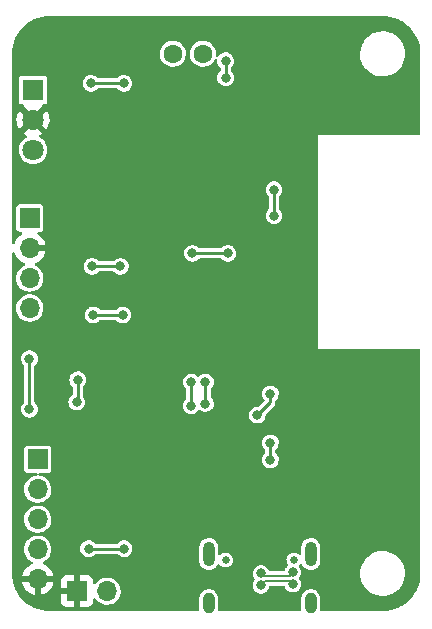
<source format=gbr>
%TF.GenerationSoftware,KiCad,Pcbnew,(6.0.0)*%
%TF.CreationDate,2022-08-07T09:38:38+08:00*%
%TF.ProjectId,ESP_Remote_Bat,4553505f-5265-46d6-9f74-655f4261742e,rev?*%
%TF.SameCoordinates,Original*%
%TF.FileFunction,Copper,L2,Bot*%
%TF.FilePolarity,Positive*%
%FSLAX46Y46*%
G04 Gerber Fmt 4.6, Leading zero omitted, Abs format (unit mm)*
G04 Created by KiCad (PCBNEW (6.0.0)) date 2022-08-07 09:38:38*
%MOMM*%
%LPD*%
G01*
G04 APERTURE LIST*
%TA.AperFunction,ComponentPad*%
%ADD10R,1.700000X1.700000*%
%TD*%
%TA.AperFunction,ComponentPad*%
%ADD11O,1.700000X1.700000*%
%TD*%
%TA.AperFunction,ComponentPad*%
%ADD12C,0.650000*%
%TD*%
%TA.AperFunction,ComponentPad*%
%ADD13O,1.000000X2.100000*%
%TD*%
%TA.AperFunction,ComponentPad*%
%ADD14O,1.000000X1.800000*%
%TD*%
%TA.AperFunction,ComponentPad*%
%ADD15C,1.600000*%
%TD*%
%TA.AperFunction,ComponentPad*%
%ADD16R,1.800000X1.800000*%
%TD*%
%TA.AperFunction,ComponentPad*%
%ADD17C,1.800000*%
%TD*%
%TA.AperFunction,ViaPad*%
%ADD18C,0.800000*%
%TD*%
%TA.AperFunction,ViaPad*%
%ADD19C,1.000000*%
%TD*%
%TA.AperFunction,Conductor*%
%ADD20C,0.200000*%
%TD*%
%TA.AperFunction,Conductor*%
%ADD21C,0.250000*%
%TD*%
G04 APERTURE END LIST*
D10*
%TO.P,J3,1,Pin_1*%
%TO.N,+3V0*%
X114125000Y-83900000D03*
D11*
%TO.P,J3,2,Pin_2*%
%TO.N,GND*%
X114125000Y-86440000D03*
%TO.P,J3,3,Pin_3*%
%TO.N,SDA*%
X114125000Y-88980000D03*
%TO.P,J3,4,Pin_4*%
%TO.N,SCL*%
X114125000Y-91520000D03*
%TD*%
D12*
%TO.P,U1,*%
%TO.N,*%
X130700000Y-112852500D03*
X136490000Y-112852500D03*
D13*
%TO.P,U1,1,SHELL*%
%TO.N,unconnected-(U1-Pad1)*%
X129280000Y-112352500D03*
%TO.P,U1,2,SHELL*%
%TO.N,unconnected-(U1-Pad2)*%
X137920000Y-112352500D03*
D14*
%TO.P,U1,3,SHELL*%
%TO.N,unconnected-(U1-Pad3)*%
X137920000Y-116532500D03*
%TO.P,U1,4,SHELL*%
%TO.N,unconnected-(U1-Pad4)*%
X129280000Y-116532500D03*
%TD*%
D10*
%TO.P,J1,1,Pin_1*%
%TO.N,+3V0*%
X114800000Y-104325000D03*
D11*
%TO.P,J1,2,Pin_2*%
%TO.N,SWCLK*%
X114800000Y-106865000D03*
%TO.P,J1,3,Pin_3*%
%TO.N,SWDIO*%
X114800000Y-109405000D03*
%TO.P,J1,4,Pin_4*%
%TO.N,NRST*%
X114800000Y-111945000D03*
%TO.P,J1,5,Pin_5*%
%TO.N,GND*%
X114800000Y-114485000D03*
%TD*%
D15*
%TO.P,IR2,1,A*%
%TO.N,Net-(IR2-Pad1)*%
X126230000Y-70000000D03*
%TO.P,IR2,2,C*%
%TO.N,Net-(IR2-Pad2)*%
X128770000Y-70000000D03*
%TD*%
D10*
%TO.P,J2,1,Pin_1*%
%TO.N,GND*%
X118125000Y-115500000D03*
D11*
%TO.P,J2,2,Pin_2*%
%TO.N,+3V0*%
X120665000Y-115500000D03*
%TD*%
D16*
%TO.P,IR1,1,OUT*%
%TO.N,IR_RX*%
X114394511Y-73060000D03*
D17*
%TO.P,IR1,2,GND*%
%TO.N,GND*%
X114394511Y-75600000D03*
%TO.P,IR1,3,VCC*%
%TO.N,+3V0*%
X114394511Y-78140000D03*
%TD*%
D18*
%TO.N,GND*%
X127400000Y-106100000D03*
X144300000Y-74800000D03*
X139500000Y-73200000D03*
X127800000Y-75900000D03*
X127800000Y-74100000D03*
X139400000Y-97300000D03*
X126400000Y-95800000D03*
D19*
X139300000Y-112400000D03*
X127600000Y-108900000D03*
D18*
X132900000Y-70100000D03*
X132400000Y-72100000D03*
X132100000Y-100400000D03*
X126300000Y-104800000D03*
X141200000Y-111000000D03*
X139500000Y-99000000D03*
D19*
X115300000Y-95700000D03*
X123200000Y-93800000D03*
D18*
X125900000Y-115600000D03*
X117700000Y-113100000D03*
%TO.N,SDA*%
X119400000Y-88000000D03*
X121800000Y-88000000D03*
X127900000Y-86900000D03*
X130900000Y-86900000D03*
%TO.N,SCL*%
X119500000Y-92100000D03*
X122000000Y-92100000D03*
%TO.N,CHIP_PU*%
X134800000Y-81500000D03*
X134800000Y-83700000D03*
%TO.N,+3V0*%
X130700000Y-70575500D03*
X130700000Y-72024500D03*
%TO.N,IR_RX*%
X119300000Y-72500000D03*
X122100000Y-72500000D03*
%TO.N,GPIO9*%
X127800000Y-97800000D03*
X127800000Y-99800000D03*
%TO.N,RXD*%
X129000000Y-97800000D03*
X129000000Y-99612000D03*
%TO.N,TXD*%
X134500000Y-98800000D03*
X133400000Y-100600000D03*
%TO.N,NRST*%
X119100000Y-111900000D03*
X122100000Y-111900000D03*
%TO.N,SCL*%
X118174500Y-97600000D03*
X118100000Y-99500000D03*
%TO.N,SDA*%
X114100000Y-95800000D03*
X114098120Y-100097179D03*
%TO.N,RTS*%
X134500000Y-102940980D03*
X134500000Y-104389980D03*
%TO.N,D-*%
X133700000Y-115000000D03*
%TO.N,D+*%
X133700000Y-114000000D03*
X136400000Y-113900497D03*
%TO.N,D-*%
X136400000Y-114900000D03*
%TD*%
D20*
%TO.N,D-*%
X136125249Y-114625249D02*
X134074752Y-114625248D01*
X134074752Y-114625248D02*
X133700000Y-115000000D01*
X136400000Y-114900000D02*
X136125249Y-114625249D01*
%TO.N,D+*%
X133875248Y-114175248D02*
X133700000Y-114000000D01*
X136125249Y-114175248D02*
X133875248Y-114175248D01*
X136400000Y-113900497D02*
X136125249Y-114175248D01*
D21*
%TO.N,TXD*%
X133400000Y-100600000D02*
X134500000Y-99500000D01*
X134500000Y-99500000D02*
X134500000Y-98800000D01*
%TO.N,SCL*%
X119500000Y-92100000D02*
X122000000Y-92100000D01*
%TO.N,CHIP_PU*%
X134800000Y-83700000D02*
X134800000Y-81500000D01*
%TO.N,SDA*%
X121800000Y-88000000D02*
X119400000Y-88000000D01*
X130900000Y-86900000D02*
X127900000Y-86900000D01*
%TO.N,IR_RX*%
X122100000Y-72500000D02*
X119300000Y-72500000D01*
%TO.N,+3V0*%
X130700000Y-72024500D02*
X130700000Y-70575500D01*
%TO.N,GPIO9*%
X127800000Y-99800000D02*
X127800000Y-97800000D01*
%TO.N,RXD*%
X129000000Y-99612000D02*
X129000000Y-97800000D01*
%TO.N,NRST*%
X122100000Y-111900000D02*
X119100000Y-111900000D01*
%TO.N,SCL*%
X118174500Y-99425500D02*
X118174500Y-97600000D01*
X118100000Y-99500000D02*
X118174500Y-99425500D01*
%TO.N,SDA*%
X114098120Y-95801880D02*
X114100000Y-95800000D01*
X114098120Y-100097179D02*
X114098120Y-95801880D01*
%TO.N,RTS*%
X134500000Y-104389980D02*
X134500000Y-102940980D01*
%TD*%
%TA.AperFunction,Conductor*%
%TO.N,GND*%
G36*
X143984438Y-66801884D02*
G01*
X144000000Y-66804628D01*
X144010684Y-66802744D01*
X144018906Y-66802744D01*
X144034345Y-66801800D01*
X144328004Y-66817190D01*
X144340912Y-66818547D01*
X144658896Y-66868911D01*
X144671591Y-66871609D01*
X144982576Y-66954937D01*
X144994920Y-66958948D01*
X145295489Y-67074325D01*
X145307347Y-67079604D01*
X145594214Y-67225770D01*
X145605454Y-67232260D01*
X145875460Y-67407604D01*
X145885961Y-67415233D01*
X146136171Y-67617849D01*
X146145816Y-67626534D01*
X146373466Y-67854184D01*
X146382151Y-67863829D01*
X146584767Y-68114039D01*
X146592396Y-68124540D01*
X146767740Y-68394546D01*
X146774230Y-68405786D01*
X146920396Y-68692653D01*
X146925675Y-68704511D01*
X147041052Y-69005080D01*
X147045063Y-69017424D01*
X147128391Y-69328409D01*
X147131089Y-69341104D01*
X147181453Y-69659088D01*
X147182810Y-69671996D01*
X147198200Y-69965655D01*
X147197256Y-69981094D01*
X147197256Y-69989316D01*
X147195372Y-70000000D01*
X147197256Y-70010685D01*
X147198116Y-70015562D01*
X147200000Y-70037094D01*
X147200000Y-76776000D01*
X147180315Y-76843039D01*
X147127511Y-76888794D01*
X147076000Y-76900000D01*
X138500000Y-76900000D01*
X138500000Y-95000000D01*
X147076000Y-95000000D01*
X147143039Y-95019685D01*
X147188794Y-95072489D01*
X147200000Y-95124000D01*
X147200000Y-113962906D01*
X147198116Y-113984438D01*
X147195372Y-114000000D01*
X147197256Y-114010684D01*
X147197256Y-114018906D01*
X147198200Y-114034345D01*
X147182810Y-114328004D01*
X147181453Y-114340912D01*
X147131089Y-114658896D01*
X147128391Y-114671591D01*
X147045063Y-114982576D01*
X147041052Y-114994920D01*
X146925675Y-115295489D01*
X146920397Y-115307345D01*
X146869501Y-115407234D01*
X146774230Y-115594214D01*
X146767740Y-115605454D01*
X146592396Y-115875460D01*
X146584767Y-115885961D01*
X146382151Y-116136171D01*
X146373466Y-116145816D01*
X146145816Y-116373466D01*
X146136171Y-116382151D01*
X145885961Y-116584767D01*
X145875460Y-116592396D01*
X145605454Y-116767740D01*
X145594214Y-116774230D01*
X145307347Y-116920396D01*
X145295489Y-116925675D01*
X144994920Y-117041052D01*
X144982576Y-117045063D01*
X144671591Y-117128391D01*
X144658896Y-117131089D01*
X144340912Y-117181453D01*
X144328004Y-117182810D01*
X144034345Y-117198200D01*
X144018906Y-117197256D01*
X144010684Y-117197256D01*
X144000000Y-117195372D01*
X143989315Y-117197256D01*
X143984438Y-117198116D01*
X143962906Y-117200000D01*
X138833764Y-117200000D01*
X138766725Y-117180315D01*
X138720970Y-117127511D01*
X138710742Y-117060459D01*
X138720012Y-116987083D01*
X138720012Y-116987077D01*
X138720500Y-116983217D01*
X138720500Y-116087345D01*
X138719443Y-116077917D01*
X138706319Y-115960919D01*
X138705546Y-115954028D01*
X138646485Y-115784427D01*
X138551316Y-115632125D01*
X138477696Y-115557990D01*
X138429653Y-115509610D01*
X138429652Y-115509609D01*
X138424770Y-115504693D01*
X138273136Y-115408463D01*
X138200187Y-115382487D01*
X138110479Y-115350543D01*
X138110475Y-115350542D01*
X138103951Y-115348219D01*
X137925624Y-115326955D01*
X137918735Y-115327679D01*
X137918732Y-115327679D01*
X137753913Y-115345002D01*
X137753911Y-115345002D01*
X137747017Y-115345727D01*
X137740456Y-115347961D01*
X137740454Y-115347961D01*
X137671121Y-115371564D01*
X137577007Y-115403603D01*
X137571105Y-115407234D01*
X137443769Y-115485572D01*
X137424045Y-115497706D01*
X137295732Y-115623359D01*
X137269587Y-115663928D01*
X137202627Y-115767830D01*
X137198446Y-115774317D01*
X137185050Y-115811123D01*
X137154030Y-115896350D01*
X137137022Y-115943078D01*
X137119500Y-116081783D01*
X137119500Y-116977655D01*
X137119887Y-116981102D01*
X137119887Y-116981108D01*
X137128981Y-117062178D01*
X137116892Y-117130993D01*
X137069518Y-117182349D01*
X137005754Y-117200000D01*
X130193764Y-117200000D01*
X130126725Y-117180315D01*
X130080970Y-117127511D01*
X130070742Y-117060459D01*
X130080012Y-116987083D01*
X130080012Y-116987077D01*
X130080500Y-116983217D01*
X130080500Y-116087345D01*
X130079443Y-116077917D01*
X130066319Y-115960919D01*
X130065546Y-115954028D01*
X130006485Y-115784427D01*
X129911316Y-115632125D01*
X129837696Y-115557990D01*
X129789653Y-115509610D01*
X129789652Y-115509609D01*
X129784770Y-115504693D01*
X129633136Y-115408463D01*
X129560187Y-115382487D01*
X129470479Y-115350543D01*
X129470475Y-115350542D01*
X129463951Y-115348219D01*
X129285624Y-115326955D01*
X129278735Y-115327679D01*
X129278732Y-115327679D01*
X129113913Y-115345002D01*
X129113911Y-115345002D01*
X129107017Y-115345727D01*
X129100456Y-115347961D01*
X129100454Y-115347961D01*
X129031121Y-115371564D01*
X128937007Y-115403603D01*
X128931105Y-115407234D01*
X128803769Y-115485572D01*
X128784045Y-115497706D01*
X128655732Y-115623359D01*
X128629587Y-115663928D01*
X128562627Y-115767830D01*
X128558446Y-115774317D01*
X128545050Y-115811123D01*
X128514030Y-115896350D01*
X128497022Y-115943078D01*
X128479500Y-116081783D01*
X128479500Y-116977655D01*
X128479887Y-116981102D01*
X128479887Y-116981108D01*
X128488981Y-117062178D01*
X128476892Y-117130993D01*
X128429518Y-117182349D01*
X128365754Y-117200000D01*
X115837094Y-117200000D01*
X115815562Y-117198116D01*
X115810685Y-117197256D01*
X115800000Y-117195372D01*
X115789316Y-117197256D01*
X115781094Y-117197256D01*
X115765655Y-117198200D01*
X115471996Y-117182810D01*
X115459088Y-117181453D01*
X115141104Y-117131089D01*
X115128409Y-117128391D01*
X114817424Y-117045063D01*
X114805080Y-117041052D01*
X114504511Y-116925675D01*
X114492653Y-116920396D01*
X114205786Y-116774230D01*
X114194546Y-116767740D01*
X113924540Y-116592396D01*
X113914039Y-116584767D01*
X113678427Y-116393972D01*
X116775000Y-116393972D01*
X116775363Y-116400669D01*
X116780803Y-116450744D01*
X116784371Y-116465753D01*
X116828817Y-116584311D01*
X116837212Y-116599646D01*
X116912516Y-116700124D01*
X116924876Y-116712484D01*
X117025354Y-116787788D01*
X117040689Y-116796183D01*
X117159247Y-116840629D01*
X117174256Y-116844197D01*
X117224331Y-116849637D01*
X117231028Y-116850000D01*
X117857170Y-116850000D01*
X117872169Y-116845596D01*
X117873356Y-116844226D01*
X117875000Y-116836668D01*
X117875000Y-116832170D01*
X118375000Y-116832170D01*
X118379404Y-116847169D01*
X118380774Y-116848356D01*
X118388332Y-116850000D01*
X119018972Y-116850000D01*
X119025669Y-116849637D01*
X119075744Y-116844197D01*
X119090753Y-116840629D01*
X119209311Y-116796183D01*
X119224646Y-116787788D01*
X119325124Y-116712484D01*
X119337484Y-116700124D01*
X119412788Y-116599646D01*
X119421183Y-116584311D01*
X119465629Y-116465753D01*
X119469197Y-116450744D01*
X119474637Y-116400669D01*
X119475000Y-116393972D01*
X119475000Y-116200070D01*
X119494685Y-116133031D01*
X119547489Y-116087276D01*
X119616647Y-116077332D01*
X119680203Y-116106357D01*
X119700263Y-116128503D01*
X119718595Y-116154442D01*
X119750842Y-116200070D01*
X119786405Y-116250391D01*
X119937865Y-116397937D01*
X119942588Y-116401093D01*
X119942592Y-116401096D01*
X119961309Y-116413602D01*
X120113677Y-116515411D01*
X120307953Y-116598878D01*
X120371283Y-116613208D01*
X120508638Y-116644289D01*
X120508642Y-116644290D01*
X120514186Y-116645544D01*
X120640651Y-116650513D01*
X120719789Y-116653623D01*
X120719791Y-116653623D01*
X120725470Y-116653846D01*
X120731090Y-116653031D01*
X120731092Y-116653031D01*
X120929103Y-116624320D01*
X120929104Y-116624320D01*
X120934730Y-116623504D01*
X121048846Y-116584767D01*
X121129565Y-116557367D01*
X121129568Y-116557366D01*
X121134955Y-116555537D01*
X121139916Y-116552759D01*
X121139922Y-116552756D01*
X121295275Y-116465753D01*
X121319442Y-116452219D01*
X121365875Y-116413602D01*
X121477645Y-116320644D01*
X121482012Y-116317012D01*
X121485644Y-116312645D01*
X121613584Y-116158813D01*
X121613585Y-116158811D01*
X121617219Y-116154442D01*
X121660403Y-116077332D01*
X121717756Y-115974922D01*
X121717759Y-115974916D01*
X121720537Y-115969955D01*
X121723605Y-115960919D01*
X121786675Y-115775118D01*
X121788504Y-115769730D01*
X121789471Y-115763065D01*
X121805499Y-115652522D01*
X121818846Y-115560470D01*
X121820429Y-115500000D01*
X121801081Y-115289440D01*
X121743686Y-115085931D01*
X121697665Y-114992611D01*
X132994394Y-114992611D01*
X132995214Y-115000039D01*
X132995214Y-115000041D01*
X133005300Y-115091400D01*
X133012999Y-115161135D01*
X133015565Y-115168147D01*
X133015566Y-115168151D01*
X133061889Y-115294732D01*
X133071266Y-115320356D01*
X133075433Y-115326558D01*
X133075435Y-115326561D01*
X133105676Y-115371564D01*
X133165830Y-115461083D01*
X133171360Y-115466115D01*
X133285702Y-115570159D01*
X133285706Y-115570162D01*
X133291233Y-115575191D01*
X133440235Y-115656092D01*
X133534222Y-115680749D01*
X133597005Y-115697220D01*
X133597007Y-115697220D01*
X133604233Y-115699116D01*
X133687178Y-115700419D01*
X133766290Y-115701662D01*
X133766293Y-115701662D01*
X133773760Y-115701779D01*
X133896209Y-115673735D01*
X133931738Y-115665598D01*
X133931739Y-115665598D01*
X133939029Y-115663928D01*
X134055292Y-115605454D01*
X134083820Y-115591106D01*
X134083822Y-115591105D01*
X134090498Y-115587747D01*
X134096180Y-115582894D01*
X134096183Y-115582892D01*
X134213741Y-115482487D01*
X134219423Y-115477634D01*
X134318361Y-115339947D01*
X134336389Y-115295101D01*
X134378815Y-115189566D01*
X134378816Y-115189561D01*
X134381601Y-115182634D01*
X134388768Y-115132276D01*
X134417702Y-115068679D01*
X134476426Y-115030821D01*
X134511530Y-115025748D01*
X135094691Y-115025749D01*
X135613385Y-115025749D01*
X135680425Y-115045434D01*
X135726179Y-115098238D01*
X135729830Y-115107129D01*
X135771266Y-115220356D01*
X135775433Y-115226558D01*
X135775435Y-115226561D01*
X135817688Y-115289440D01*
X135865830Y-115361083D01*
X135871360Y-115366115D01*
X135985702Y-115470159D01*
X135985706Y-115470162D01*
X135991233Y-115475191D01*
X136140235Y-115556092D01*
X136235585Y-115581107D01*
X136297005Y-115597220D01*
X136297007Y-115597220D01*
X136304233Y-115599116D01*
X136387178Y-115600419D01*
X136466290Y-115601662D01*
X136466293Y-115601662D01*
X136473760Y-115601779D01*
X136611823Y-115570159D01*
X136631738Y-115565598D01*
X136631739Y-115565598D01*
X136639029Y-115563928D01*
X136727804Y-115519279D01*
X136783820Y-115491106D01*
X136783822Y-115491105D01*
X136790498Y-115487747D01*
X136796180Y-115482894D01*
X136796183Y-115482892D01*
X136913741Y-115382487D01*
X136919423Y-115377634D01*
X137018361Y-115239947D01*
X137081601Y-115082634D01*
X137085130Y-115057836D01*
X137104918Y-114918800D01*
X137104918Y-114918794D01*
X137105490Y-114914778D01*
X137105534Y-114910658D01*
X137105602Y-114904065D01*
X137105645Y-114900000D01*
X137102100Y-114870708D01*
X137086175Y-114739105D01*
X137086174Y-114739101D01*
X137085276Y-114731680D01*
X137031685Y-114589855D01*
X137027989Y-114580073D01*
X137027987Y-114580070D01*
X137025345Y-114573077D01*
X136954442Y-114469913D01*
X136932692Y-114403514D01*
X136950293Y-114335898D01*
X136955935Y-114327319D01*
X136984536Y-114287516D01*
X137018361Y-114240444D01*
X137081601Y-114083131D01*
X137086642Y-114047709D01*
X137087279Y-114043233D01*
X142094906Y-114043233D01*
X142095333Y-114047708D01*
X142095333Y-114047709D01*
X142119393Y-114299876D01*
X142121102Y-114317792D01*
X142128762Y-114349096D01*
X142185338Y-114580302D01*
X142186657Y-114585694D01*
X142188340Y-114589850D01*
X142188342Y-114589855D01*
X142280569Y-114817550D01*
X142290199Y-114841326D01*
X142429558Y-115079335D01*
X142601816Y-115294732D01*
X142803364Y-115483008D01*
X142922417Y-115565598D01*
X143026281Y-115637651D01*
X143026285Y-115637653D01*
X143029979Y-115640216D01*
X143034004Y-115642218D01*
X143034005Y-115642219D01*
X143272887Y-115761062D01*
X143272892Y-115761064D01*
X143276914Y-115763065D01*
X143538998Y-115848980D01*
X143619949Y-115863035D01*
X143807004Y-115895514D01*
X143807009Y-115895515D01*
X143810738Y-115896162D01*
X143848373Y-115898036D01*
X143896340Y-115900424D01*
X143896359Y-115900424D01*
X143897876Y-115900500D01*
X144070070Y-115900500D01*
X144275083Y-115885625D01*
X144279464Y-115884658D01*
X144279469Y-115884657D01*
X144391093Y-115860012D01*
X144544403Y-115826164D01*
X144548594Y-115824576D01*
X144548598Y-115824575D01*
X144730195Y-115755774D01*
X144802319Y-115728449D01*
X145043428Y-115594525D01*
X145132935Y-115526215D01*
X145259112Y-115429920D01*
X145259116Y-115429916D01*
X145262678Y-115427198D01*
X145455477Y-115229974D01*
X145467588Y-115213336D01*
X145572880Y-115068679D01*
X145617787Y-115006984D01*
X145619872Y-115003021D01*
X145619877Y-115003013D01*
X145744117Y-114766869D01*
X145746206Y-114762899D01*
X145751706Y-114747326D01*
X145810324Y-114581331D01*
X145838045Y-114502832D01*
X145844417Y-114470505D01*
X145890511Y-114236643D01*
X145890512Y-114236638D01*
X145891380Y-114232232D01*
X145899171Y-114075734D01*
X145904871Y-113961252D01*
X145904871Y-113961248D01*
X145905094Y-113956767D01*
X145899725Y-113900497D01*
X145879325Y-113686680D01*
X145879324Y-113686676D01*
X145878898Y-113682208D01*
X145828655Y-113476881D01*
X145814411Y-113418669D01*
X145814409Y-113418664D01*
X145813343Y-113414306D01*
X145806332Y-113396997D01*
X145711486Y-113162833D01*
X145711484Y-113162828D01*
X145709801Y-113158674D01*
X145570442Y-112920665D01*
X145398184Y-112705268D01*
X145391858Y-112699358D01*
X145287400Y-112601779D01*
X145196636Y-112516992D01*
X145039807Y-112408196D01*
X144973719Y-112362349D01*
X144973715Y-112362347D01*
X144970021Y-112359784D01*
X144930407Y-112340076D01*
X144727113Y-112238938D01*
X144727108Y-112238936D01*
X144723086Y-112236935D01*
X144461002Y-112151020D01*
X144347156Y-112131253D01*
X144192996Y-112104486D01*
X144192991Y-112104485D01*
X144189262Y-112103838D01*
X144151627Y-112101964D01*
X144103660Y-112099576D01*
X144103641Y-112099576D01*
X144102124Y-112099500D01*
X143929930Y-112099500D01*
X143724917Y-112114375D01*
X143720536Y-112115342D01*
X143720531Y-112115343D01*
X143608907Y-112139988D01*
X143455597Y-112173836D01*
X143451406Y-112175424D01*
X143451402Y-112175425D01*
X143362511Y-112209103D01*
X143197681Y-112271551D01*
X142956572Y-112405475D01*
X142915263Y-112437001D01*
X142740888Y-112570080D01*
X142740884Y-112570084D01*
X142737322Y-112572802D01*
X142544523Y-112770026D01*
X142541881Y-112773655D01*
X142541879Y-112773658D01*
X142489294Y-112845902D01*
X142382213Y-112993016D01*
X142380128Y-112996979D01*
X142380123Y-112996987D01*
X142322630Y-113106264D01*
X142253794Y-113237101D01*
X142252301Y-113241328D01*
X142252300Y-113241331D01*
X142231624Y-113299880D01*
X142161955Y-113497168D01*
X142161088Y-113501569D01*
X142161087Y-113501571D01*
X142117048Y-113725010D01*
X142108620Y-113767768D01*
X142106142Y-113817550D01*
X142099434Y-113952291D01*
X142094906Y-114043233D01*
X137087279Y-114043233D01*
X137104918Y-113919297D01*
X137104918Y-113919291D01*
X137105490Y-113915275D01*
X137105645Y-113900497D01*
X137096450Y-113824513D01*
X137086175Y-113739602D01*
X137086174Y-113739598D01*
X137085276Y-113732177D01*
X137062944Y-113673077D01*
X137027989Y-113580570D01*
X137027987Y-113580567D01*
X137025345Y-113573574D01*
X136934331Y-113441148D01*
X136912581Y-113374750D01*
X136930182Y-113307134D01*
X136945247Y-113286980D01*
X136948124Y-113283852D01*
X136953810Y-113278995D01*
X136958175Y-113272921D01*
X136984200Y-113236704D01*
X137039306Y-113193749D01*
X137108887Y-113187406D01*
X137170852Y-113219688D01*
X137193281Y-113250719D01*
X137193515Y-113250573D01*
X137288684Y-113402875D01*
X137415230Y-113530307D01*
X137566864Y-113626537D01*
X137573399Y-113628864D01*
X137729521Y-113684457D01*
X137729525Y-113684458D01*
X137736049Y-113686781D01*
X137914376Y-113708045D01*
X137921265Y-113707321D01*
X137921268Y-113707321D01*
X138086087Y-113689998D01*
X138086089Y-113689998D01*
X138092983Y-113689273D01*
X138099544Y-113687039D01*
X138099546Y-113687039D01*
X138186282Y-113657511D01*
X138262993Y-113631397D01*
X138367597Y-113567044D01*
X138410050Y-113540927D01*
X138410051Y-113540926D01*
X138415955Y-113537294D01*
X138544268Y-113411641D01*
X138615095Y-113301740D01*
X138637799Y-113266510D01*
X138637800Y-113266508D01*
X138641554Y-113260683D01*
X138674638Y-113169785D01*
X138700607Y-113098437D01*
X138700608Y-113098435D01*
X138702978Y-113091922D01*
X138715047Y-112996383D01*
X138720012Y-112957083D01*
X138720012Y-112957077D01*
X138720500Y-112953217D01*
X138720500Y-111757345D01*
X138719443Y-111747917D01*
X138706319Y-111630919D01*
X138705546Y-111624028D01*
X138646485Y-111454427D01*
X138551316Y-111302125D01*
X138424770Y-111174693D01*
X138273136Y-111078463D01*
X138253219Y-111071371D01*
X138110479Y-111020543D01*
X138110475Y-111020542D01*
X138103951Y-111018219D01*
X137925624Y-110996955D01*
X137918735Y-110997679D01*
X137918732Y-110997679D01*
X137753913Y-111015002D01*
X137753911Y-111015002D01*
X137747017Y-111015727D01*
X137740456Y-111017961D01*
X137740454Y-111017961D01*
X137653718Y-111047489D01*
X137577007Y-111073603D01*
X137571105Y-111077234D01*
X137459479Y-111145907D01*
X137424045Y-111167706D01*
X137295732Y-111293359D01*
X137291979Y-111299183D01*
X137208721Y-111428374D01*
X137198446Y-111444317D01*
X137196076Y-111450829D01*
X137164931Y-111536400D01*
X137137022Y-111613078D01*
X137136153Y-111619959D01*
X137120976Y-111740101D01*
X137119500Y-111751783D01*
X137119500Y-112299011D01*
X137099815Y-112366050D01*
X137047011Y-112411805D01*
X136977853Y-112421749D01*
X136913012Y-112391594D01*
X136855190Y-112340077D01*
X136855189Y-112340076D01*
X136849603Y-112335099D01*
X136715805Y-112264257D01*
X136568972Y-112227374D01*
X136493275Y-112226978D01*
X136425053Y-112226621D01*
X136425052Y-112226621D01*
X136417579Y-112226582D01*
X136410316Y-112228326D01*
X136410313Y-112228326D01*
X136361909Y-112239947D01*
X136270367Y-112261924D01*
X136135835Y-112331361D01*
X136130204Y-112336274D01*
X136130203Y-112336274D01*
X136066789Y-112391594D01*
X136021749Y-112430885D01*
X136017453Y-112436998D01*
X136017450Y-112437001D01*
X135979425Y-112491106D01*
X135934696Y-112554749D01*
X135931984Y-112561706D01*
X135931982Y-112561709D01*
X135916405Y-112601662D01*
X135879702Y-112695802D01*
X135859941Y-112845902D01*
X135860761Y-112853330D01*
X135860761Y-112853332D01*
X135872215Y-112957083D01*
X135876554Y-112996383D01*
X135879120Y-113003395D01*
X135879121Y-113003399D01*
X135926013Y-113131537D01*
X135928582Y-113138557D01*
X135932753Y-113144764D01*
X135970788Y-113201366D01*
X135991841Y-113267989D01*
X135973533Y-113335417D01*
X135949383Y-113363967D01*
X135913202Y-113395529D01*
X135884509Y-113420560D01*
X135875604Y-113428328D01*
X135778113Y-113567044D01*
X135775399Y-113574005D01*
X135727916Y-113695791D01*
X135685223Y-113751101D01*
X135612386Y-113774748D01*
X134449465Y-113774748D01*
X134382426Y-113755063D01*
X134336671Y-113702259D01*
X134333470Y-113694579D01*
X134327989Y-113680074D01*
X134327989Y-113680073D01*
X134325345Y-113673077D01*
X134294958Y-113628864D01*
X134233549Y-113539513D01*
X134233546Y-113539510D01*
X134229312Y-113533349D01*
X134126767Y-113441984D01*
X134108303Y-113425533D01*
X134108301Y-113425532D01*
X134102721Y-113420560D01*
X134095031Y-113416488D01*
X133959489Y-113344723D01*
X133952881Y-113341224D01*
X133788441Y-113299919D01*
X133702248Y-113299468D01*
X133626368Y-113299070D01*
X133626367Y-113299070D01*
X133618895Y-113299031D01*
X133597235Y-113304231D01*
X133461295Y-113336868D01*
X133461293Y-113336869D01*
X133454032Y-113338612D01*
X133447399Y-113342035D01*
X133447395Y-113342037D01*
X133402001Y-113365467D01*
X133303369Y-113416375D01*
X133297737Y-113421288D01*
X133205707Y-113501571D01*
X133175604Y-113527831D01*
X133078113Y-113666547D01*
X133016524Y-113824513D01*
X132994394Y-113992611D01*
X132995214Y-114000039D01*
X132995214Y-114000041D01*
X133000477Y-114047709D01*
X133012999Y-114161135D01*
X133015565Y-114168147D01*
X133015566Y-114168151D01*
X133038599Y-114231090D01*
X133071266Y-114320356D01*
X133075433Y-114326558D01*
X133075435Y-114326561D01*
X133146004Y-114431579D01*
X133167056Y-114498202D01*
X133148747Y-114565630D01*
X133144533Y-114572039D01*
X133082410Y-114660432D01*
X133082408Y-114660436D01*
X133078113Y-114666547D01*
X133016524Y-114824513D01*
X133015548Y-114831923D01*
X133015548Y-114831925D01*
X133007117Y-114895967D01*
X132994394Y-114992611D01*
X121697665Y-114992611D01*
X121650165Y-114896290D01*
X121523651Y-114726867D01*
X121519481Y-114723012D01*
X121519478Y-114723009D01*
X121450120Y-114658896D01*
X121368381Y-114583337D01*
X121314366Y-114549256D01*
X121194363Y-114473539D01*
X121194361Y-114473538D01*
X121189554Y-114470505D01*
X120993160Y-114392152D01*
X120987579Y-114391042D01*
X120987576Y-114391041D01*
X120889467Y-114371526D01*
X120785775Y-114350901D01*
X120780088Y-114350827D01*
X120780083Y-114350826D01*
X120580034Y-114348207D01*
X120580029Y-114348207D01*
X120574346Y-114348133D01*
X120568742Y-114349096D01*
X120568741Y-114349096D01*
X120371550Y-114382979D01*
X120371547Y-114382980D01*
X120365953Y-114383941D01*
X120167575Y-114457127D01*
X120162697Y-114460029D01*
X120162695Y-114460030D01*
X119990740Y-114562332D01*
X119990737Y-114562334D01*
X119985856Y-114565238D01*
X119826881Y-114704655D01*
X119696377Y-114870199D01*
X119639417Y-114910658D01*
X119569623Y-114913900D01*
X119509155Y-114878893D01*
X119477213Y-114816753D01*
X119475000Y-114793430D01*
X119475000Y-114606028D01*
X119474637Y-114599331D01*
X119469197Y-114549256D01*
X119465629Y-114534247D01*
X119421183Y-114415689D01*
X119412788Y-114400354D01*
X119337484Y-114299876D01*
X119325124Y-114287516D01*
X119224646Y-114212212D01*
X119209311Y-114203817D01*
X119090753Y-114159371D01*
X119075744Y-114155803D01*
X119025669Y-114150363D01*
X119018972Y-114150000D01*
X118392830Y-114150000D01*
X118377831Y-114154404D01*
X118376644Y-114155774D01*
X118375000Y-114163332D01*
X118375000Y-116832170D01*
X117875000Y-116832170D01*
X117875000Y-115767830D01*
X117870596Y-115752831D01*
X117869226Y-115751644D01*
X117861668Y-115750000D01*
X116792830Y-115750000D01*
X116777831Y-115754404D01*
X116776644Y-115755774D01*
X116775000Y-115763332D01*
X116775000Y-116393972D01*
X113678427Y-116393972D01*
X113663829Y-116382151D01*
X113654184Y-116373466D01*
X113426534Y-116145816D01*
X113417849Y-116136171D01*
X113215233Y-115885961D01*
X113207604Y-115875460D01*
X113032260Y-115605454D01*
X113025770Y-115594214D01*
X112930499Y-115407234D01*
X112879603Y-115307345D01*
X112874325Y-115295489D01*
X112758948Y-114994920D01*
X112754937Y-114982576D01*
X112691902Y-114747326D01*
X113472667Y-114747326D01*
X113525168Y-114943264D01*
X113528857Y-114953397D01*
X113624110Y-115157667D01*
X113629508Y-115167017D01*
X113758784Y-115351643D01*
X113765719Y-115359907D01*
X113925091Y-115519279D01*
X113933357Y-115526215D01*
X114117992Y-115655498D01*
X114127324Y-115660886D01*
X114331603Y-115756143D01*
X114341736Y-115759832D01*
X114532779Y-115811022D01*
X114546653Y-115810691D01*
X114550000Y-115802875D01*
X114550000Y-115797806D01*
X115050000Y-115797806D01*
X115053910Y-115811123D01*
X115062326Y-115812333D01*
X115258264Y-115759832D01*
X115268397Y-115756143D01*
X115472676Y-115660886D01*
X115482008Y-115655498D01*
X115666643Y-115526215D01*
X115674909Y-115519279D01*
X115834281Y-115359907D01*
X115841216Y-115351643D01*
X115924872Y-115232170D01*
X116775000Y-115232170D01*
X116779404Y-115247169D01*
X116780774Y-115248356D01*
X116788332Y-115250000D01*
X117857170Y-115250000D01*
X117872169Y-115245596D01*
X117873356Y-115244226D01*
X117875000Y-115236668D01*
X117875000Y-114167830D01*
X117870596Y-114152831D01*
X117869226Y-114151644D01*
X117861668Y-114150000D01*
X117231028Y-114150000D01*
X117224331Y-114150363D01*
X117174256Y-114155803D01*
X117159247Y-114159371D01*
X117040689Y-114203817D01*
X117025354Y-114212212D01*
X116924876Y-114287516D01*
X116912516Y-114299876D01*
X116837212Y-114400354D01*
X116828817Y-114415689D01*
X116784371Y-114534247D01*
X116780803Y-114549256D01*
X116775363Y-114599331D01*
X116775000Y-114606028D01*
X116775000Y-115232170D01*
X115924872Y-115232170D01*
X115970492Y-115167017D01*
X115975890Y-115157667D01*
X116071143Y-114953397D01*
X116074832Y-114943264D01*
X116126022Y-114752221D01*
X116125691Y-114738347D01*
X116117875Y-114735000D01*
X115067830Y-114735000D01*
X115052831Y-114739404D01*
X115051644Y-114740774D01*
X115050000Y-114748332D01*
X115050000Y-115797806D01*
X114550000Y-115797806D01*
X114550000Y-114752830D01*
X114545596Y-114737831D01*
X114544226Y-114736644D01*
X114536668Y-114735000D01*
X113487194Y-114735000D01*
X113473877Y-114738910D01*
X113472667Y-114747326D01*
X112691902Y-114747326D01*
X112671609Y-114671591D01*
X112668911Y-114658896D01*
X112618547Y-114340912D01*
X112617190Y-114328004D01*
X112611413Y-114217779D01*
X113473978Y-114217779D01*
X113474309Y-114231653D01*
X113482125Y-114235000D01*
X116112806Y-114235000D01*
X116126123Y-114231090D01*
X116127333Y-114222674D01*
X116074832Y-114026736D01*
X116071143Y-114016603D01*
X115975890Y-113812333D01*
X115970492Y-113802983D01*
X115841216Y-113618357D01*
X115834281Y-113610093D01*
X115674909Y-113450721D01*
X115666643Y-113443785D01*
X115482008Y-113314502D01*
X115472676Y-113309114D01*
X115280778Y-113219630D01*
X115228339Y-113173458D01*
X115209187Y-113106264D01*
X115229403Y-113039383D01*
X115272594Y-112999059D01*
X115277372Y-112996383D01*
X115364382Y-112947655D01*
X128479500Y-112947655D01*
X128479887Y-112951102D01*
X128479887Y-112951108D01*
X128485753Y-113003399D01*
X128494454Y-113080972D01*
X128553515Y-113250573D01*
X128648684Y-113402875D01*
X128775230Y-113530307D01*
X128926864Y-113626537D01*
X128933399Y-113628864D01*
X129089521Y-113684457D01*
X129089525Y-113684458D01*
X129096049Y-113686781D01*
X129274376Y-113708045D01*
X129281265Y-113707321D01*
X129281268Y-113707321D01*
X129446087Y-113689998D01*
X129446089Y-113689998D01*
X129452983Y-113689273D01*
X129459544Y-113687039D01*
X129459546Y-113687039D01*
X129546282Y-113657511D01*
X129622993Y-113631397D01*
X129727597Y-113567044D01*
X129770050Y-113540927D01*
X129770051Y-113540926D01*
X129775955Y-113537294D01*
X129904268Y-113411641D01*
X130001554Y-113260683D01*
X130001808Y-113260847D01*
X130046658Y-113212349D01*
X130114299Y-113194842D01*
X130180667Y-113216684D01*
X130213211Y-113249616D01*
X130223022Y-113264216D01*
X130228552Y-113269248D01*
X130228553Y-113269249D01*
X130308546Y-113342037D01*
X130334998Y-113366107D01*
X130341563Y-113369671D01*
X130341565Y-113369673D01*
X130449594Y-113428328D01*
X130468047Y-113438347D01*
X130567168Y-113464350D01*
X130607258Y-113474868D01*
X130607260Y-113474868D01*
X130614486Y-113476764D01*
X130688595Y-113477928D01*
X130758393Y-113479025D01*
X130758396Y-113479025D01*
X130765863Y-113479142D01*
X130773144Y-113477474D01*
X130773148Y-113477474D01*
X130906150Y-113447012D01*
X130913437Y-113445343D01*
X131048689Y-113377319D01*
X131163810Y-113278995D01*
X131172780Y-113266512D01*
X131247796Y-113162118D01*
X131247797Y-113162116D01*
X131252156Y-113156050D01*
X131308624Y-113015580D01*
X131329956Y-112865696D01*
X131330094Y-112852500D01*
X131328937Y-112842937D01*
X131312805Y-112709626D01*
X131312804Y-112709622D01*
X131311906Y-112702201D01*
X131303466Y-112679866D01*
X131261036Y-112567576D01*
X131261034Y-112567573D01*
X131258392Y-112560580D01*
X131252854Y-112552522D01*
X131176877Y-112441975D01*
X131176874Y-112441972D01*
X131172640Y-112435811D01*
X131136146Y-112403296D01*
X131065190Y-112340076D01*
X131065186Y-112340073D01*
X131059603Y-112335099D01*
X130925805Y-112264257D01*
X130778972Y-112227374D01*
X130703275Y-112226978D01*
X130635053Y-112226621D01*
X130635052Y-112226621D01*
X130627579Y-112226582D01*
X130620316Y-112228326D01*
X130620313Y-112228326D01*
X130571909Y-112239947D01*
X130480367Y-112261924D01*
X130345835Y-112331361D01*
X130340206Y-112336272D01*
X130340198Y-112336277D01*
X130286015Y-112383545D01*
X130222557Y-112412782D01*
X130153365Y-112403070D01*
X130100409Y-112357491D01*
X130080500Y-112290104D01*
X130080500Y-111757345D01*
X130079443Y-111747917D01*
X130066319Y-111630919D01*
X130065546Y-111624028D01*
X130006485Y-111454427D01*
X129911316Y-111302125D01*
X129784770Y-111174693D01*
X129633136Y-111078463D01*
X129613219Y-111071371D01*
X129470479Y-111020543D01*
X129470475Y-111020542D01*
X129463951Y-111018219D01*
X129285624Y-110996955D01*
X129278735Y-110997679D01*
X129278732Y-110997679D01*
X129113913Y-111015002D01*
X129113911Y-111015002D01*
X129107017Y-111015727D01*
X129100456Y-111017961D01*
X129100454Y-111017961D01*
X129013718Y-111047489D01*
X128937007Y-111073603D01*
X128931105Y-111077234D01*
X128819479Y-111145907D01*
X128784045Y-111167706D01*
X128655732Y-111293359D01*
X128651979Y-111299183D01*
X128568721Y-111428374D01*
X128558446Y-111444317D01*
X128556076Y-111450829D01*
X128524931Y-111536400D01*
X128497022Y-111613078D01*
X128496153Y-111619959D01*
X128480976Y-111740101D01*
X128479500Y-111751783D01*
X128479500Y-112947655D01*
X115364382Y-112947655D01*
X115454442Y-112897219D01*
X115487514Y-112869714D01*
X115612645Y-112765644D01*
X115617012Y-112762012D01*
X115666756Y-112702201D01*
X115748584Y-112603813D01*
X115748585Y-112603811D01*
X115752219Y-112599442D01*
X115812890Y-112491106D01*
X115852756Y-112419922D01*
X115852759Y-112419916D01*
X115855537Y-112414955D01*
X115857832Y-112408196D01*
X115921675Y-112220118D01*
X115923504Y-112214730D01*
X115929434Y-112173836D01*
X115940212Y-112099500D01*
X115953846Y-112005470D01*
X115955429Y-111945000D01*
X115950615Y-111892611D01*
X118394394Y-111892611D01*
X118395214Y-111900039D01*
X118395214Y-111900041D01*
X118396841Y-111914778D01*
X118412999Y-112061135D01*
X118415565Y-112068147D01*
X118415566Y-112068151D01*
X118445611Y-112150252D01*
X118471266Y-112220356D01*
X118475433Y-112226558D01*
X118475435Y-112226561D01*
X118505667Y-112271551D01*
X118565830Y-112361083D01*
X118571360Y-112366115D01*
X118685702Y-112470159D01*
X118685706Y-112470162D01*
X118691233Y-112475191D01*
X118840235Y-112556092D01*
X118903930Y-112572802D01*
X118997005Y-112597220D01*
X118997007Y-112597220D01*
X119004233Y-112599116D01*
X119087178Y-112600419D01*
X119166290Y-112601662D01*
X119166293Y-112601662D01*
X119173760Y-112601779D01*
X119300282Y-112572802D01*
X119331738Y-112565598D01*
X119331739Y-112565598D01*
X119339029Y-112563928D01*
X119426249Y-112520061D01*
X119483820Y-112491106D01*
X119483822Y-112491105D01*
X119490498Y-112487747D01*
X119496180Y-112482894D01*
X119496183Y-112482892D01*
X119613741Y-112382487D01*
X119619423Y-112377634D01*
X119623785Y-112371564D01*
X119628844Y-112366062D01*
X119631210Y-112368237D01*
X119674843Y-112334202D01*
X119720475Y-112325500D01*
X121479530Y-112325500D01*
X121546569Y-112345185D01*
X121565412Y-112361543D01*
X121565830Y-112361083D01*
X121685702Y-112470159D01*
X121685706Y-112470162D01*
X121691233Y-112475191D01*
X121840235Y-112556092D01*
X121903930Y-112572802D01*
X121997005Y-112597220D01*
X121997007Y-112597220D01*
X122004233Y-112599116D01*
X122087178Y-112600419D01*
X122166290Y-112601662D01*
X122166293Y-112601662D01*
X122173760Y-112601779D01*
X122300282Y-112572802D01*
X122331738Y-112565598D01*
X122331739Y-112565598D01*
X122339029Y-112563928D01*
X122426249Y-112520061D01*
X122483820Y-112491106D01*
X122483822Y-112491105D01*
X122490498Y-112487747D01*
X122496180Y-112482894D01*
X122496183Y-112482892D01*
X122613741Y-112382487D01*
X122619423Y-112377634D01*
X122718361Y-112239947D01*
X122781601Y-112082634D01*
X122805490Y-111914778D01*
X122805550Y-111909110D01*
X122805602Y-111904065D01*
X122805645Y-111900000D01*
X122803854Y-111885199D01*
X122786175Y-111739105D01*
X122786174Y-111739101D01*
X122785276Y-111731680D01*
X122744598Y-111624028D01*
X122727989Y-111580073D01*
X122727987Y-111580070D01*
X122725345Y-111573077D01*
X122716657Y-111560436D01*
X122633549Y-111439513D01*
X122633546Y-111439510D01*
X122629312Y-111433349D01*
X122587340Y-111395953D01*
X122508303Y-111325533D01*
X122508301Y-111325532D01*
X122502721Y-111320560D01*
X122493558Y-111315708D01*
X122359489Y-111244723D01*
X122352881Y-111241224D01*
X122188441Y-111199919D01*
X122102248Y-111199468D01*
X122026368Y-111199070D01*
X122026367Y-111199070D01*
X122018895Y-111199031D01*
X121997235Y-111204231D01*
X121861295Y-111236868D01*
X121861293Y-111236869D01*
X121854032Y-111238612D01*
X121847399Y-111242035D01*
X121847395Y-111242037D01*
X121780465Y-111276583D01*
X121703369Y-111316375D01*
X121697737Y-111321288D01*
X121581240Y-111422914D01*
X121575604Y-111427831D01*
X121571567Y-111433575D01*
X121512244Y-111470121D01*
X121479583Y-111474500D01*
X119720383Y-111474500D01*
X119653344Y-111454815D01*
X119630692Y-111435357D01*
X119629312Y-111433349D01*
X119609189Y-111415420D01*
X119508303Y-111325533D01*
X119508301Y-111325532D01*
X119502721Y-111320560D01*
X119493558Y-111315708D01*
X119359489Y-111244723D01*
X119352881Y-111241224D01*
X119188441Y-111199919D01*
X119102248Y-111199468D01*
X119026368Y-111199070D01*
X119026367Y-111199070D01*
X119018895Y-111199031D01*
X118997235Y-111204231D01*
X118861295Y-111236868D01*
X118861293Y-111236869D01*
X118854032Y-111238612D01*
X118847399Y-111242035D01*
X118847395Y-111242037D01*
X118780465Y-111276583D01*
X118703369Y-111316375D01*
X118697737Y-111321288D01*
X118668959Y-111346393D01*
X118575604Y-111427831D01*
X118478113Y-111566547D01*
X118416524Y-111724513D01*
X118394394Y-111892611D01*
X115950615Y-111892611D01*
X115936081Y-111734440D01*
X115878686Y-111530931D01*
X115785165Y-111341290D01*
X115658651Y-111171867D01*
X115654481Y-111168012D01*
X115654478Y-111168009D01*
X115557607Y-111078463D01*
X115503381Y-111028337D01*
X115486936Y-111017961D01*
X115329363Y-110918539D01*
X115329361Y-110918538D01*
X115324554Y-110915505D01*
X115128160Y-110837152D01*
X115122579Y-110836042D01*
X115122576Y-110836041D01*
X114926355Y-110797011D01*
X114926356Y-110797011D01*
X114920775Y-110795901D01*
X114920744Y-110795901D01*
X114857828Y-110770019D01*
X114817841Y-110712723D01*
X114815178Y-110642904D01*
X114850684Y-110582729D01*
X114917606Y-110550562D01*
X115064103Y-110529320D01*
X115064104Y-110529320D01*
X115069730Y-110528504D01*
X115148890Y-110501633D01*
X115264565Y-110462367D01*
X115264568Y-110462366D01*
X115269955Y-110460537D01*
X115274916Y-110457759D01*
X115274922Y-110457756D01*
X115381530Y-110398052D01*
X115454442Y-110357219D01*
X115617012Y-110222012D01*
X115620644Y-110217645D01*
X115748584Y-110063813D01*
X115748585Y-110063811D01*
X115752219Y-110059442D01*
X115798078Y-109977556D01*
X115852756Y-109879922D01*
X115852759Y-109879916D01*
X115855537Y-109874955D01*
X115886009Y-109785189D01*
X115921675Y-109680118D01*
X115923504Y-109674730D01*
X115953846Y-109465470D01*
X115955429Y-109405000D01*
X115936081Y-109194440D01*
X115878686Y-108990931D01*
X115785165Y-108801290D01*
X115658651Y-108631867D01*
X115654481Y-108628012D01*
X115654478Y-108628009D01*
X115590319Y-108568702D01*
X115503381Y-108488337D01*
X115324554Y-108375505D01*
X115128160Y-108297152D01*
X115122579Y-108296042D01*
X115122576Y-108296041D01*
X114926355Y-108257011D01*
X114926356Y-108257011D01*
X114920775Y-108255901D01*
X114920744Y-108255901D01*
X114857828Y-108230019D01*
X114817841Y-108172723D01*
X114815178Y-108102904D01*
X114850684Y-108042729D01*
X114917606Y-108010562D01*
X115064103Y-107989320D01*
X115064104Y-107989320D01*
X115069730Y-107988504D01*
X115148890Y-107961633D01*
X115264565Y-107922367D01*
X115264568Y-107922366D01*
X115269955Y-107920537D01*
X115274916Y-107917759D01*
X115274922Y-107917756D01*
X115381530Y-107858052D01*
X115454442Y-107817219D01*
X115617012Y-107682012D01*
X115620644Y-107677645D01*
X115748584Y-107523813D01*
X115748585Y-107523811D01*
X115752219Y-107519442D01*
X115798078Y-107437556D01*
X115852756Y-107339922D01*
X115852759Y-107339916D01*
X115855537Y-107334955D01*
X115886009Y-107245189D01*
X115921675Y-107140118D01*
X115923504Y-107134730D01*
X115953846Y-106925470D01*
X115955429Y-106865000D01*
X115936081Y-106654440D01*
X115878686Y-106450931D01*
X115785165Y-106261290D01*
X115658651Y-106091867D01*
X115654481Y-106088012D01*
X115654478Y-106088009D01*
X115590319Y-106028702D01*
X115503381Y-105948337D01*
X115324554Y-105835505D01*
X115128160Y-105757152D01*
X115122579Y-105756042D01*
X115122576Y-105756041D01*
X114946998Y-105721117D01*
X114885087Y-105688732D01*
X114850513Y-105628017D01*
X114854252Y-105558247D01*
X114895118Y-105501575D01*
X114960136Y-105475994D01*
X114971189Y-105475500D01*
X115694646Y-105475500D01*
X115698300Y-105475065D01*
X115698302Y-105475065D01*
X115703266Y-105474474D01*
X115720846Y-105472382D01*
X115823153Y-105426939D01*
X115902241Y-105347713D01*
X115947506Y-105245327D01*
X115950500Y-105219646D01*
X115950500Y-104382591D01*
X133794394Y-104382591D01*
X133795214Y-104390019D01*
X133795214Y-104390021D01*
X133796841Y-104404758D01*
X133812999Y-104551115D01*
X133815565Y-104558127D01*
X133815566Y-104558131D01*
X133868697Y-104703316D01*
X133871266Y-104710336D01*
X133875433Y-104716538D01*
X133875435Y-104716541D01*
X133888510Y-104735998D01*
X133965830Y-104851063D01*
X133971360Y-104856095D01*
X134085702Y-104960139D01*
X134085706Y-104960142D01*
X134091233Y-104965171D01*
X134240235Y-105046072D01*
X134335585Y-105071087D01*
X134397005Y-105087200D01*
X134397007Y-105087200D01*
X134404233Y-105089096D01*
X134487178Y-105090399D01*
X134566290Y-105091642D01*
X134566293Y-105091642D01*
X134573760Y-105091759D01*
X134696209Y-105063715D01*
X134731738Y-105055578D01*
X134731739Y-105055578D01*
X134739029Y-105053908D01*
X134814111Y-105016145D01*
X134883820Y-104981086D01*
X134883822Y-104981085D01*
X134890498Y-104977727D01*
X134896180Y-104972874D01*
X134896183Y-104972872D01*
X135013741Y-104872467D01*
X135019423Y-104867614D01*
X135118361Y-104729927D01*
X135181601Y-104572614D01*
X135205490Y-104404758D01*
X135205645Y-104389980D01*
X135185276Y-104221660D01*
X135125345Y-104063057D01*
X135116657Y-104050416D01*
X135033549Y-103929493D01*
X135033546Y-103929490D01*
X135029312Y-103923329D01*
X135000582Y-103897732D01*
X134967011Y-103867820D01*
X134930052Y-103808525D01*
X134925500Y-103775237D01*
X134925500Y-103555997D01*
X134945185Y-103488958D01*
X134968968Y-103461707D01*
X135013741Y-103423467D01*
X135019423Y-103418614D01*
X135118361Y-103280927D01*
X135181601Y-103123614D01*
X135205490Y-102955758D01*
X135205645Y-102940980D01*
X135185276Y-102772660D01*
X135125345Y-102614057D01*
X135116657Y-102601416D01*
X135033549Y-102480493D01*
X135033546Y-102480490D01*
X135029312Y-102474329D01*
X134902721Y-102361540D01*
X134888347Y-102353929D01*
X134759489Y-102285703D01*
X134752881Y-102282204D01*
X134588441Y-102240899D01*
X134502248Y-102240448D01*
X134426368Y-102240050D01*
X134426367Y-102240050D01*
X134418895Y-102240011D01*
X134397235Y-102245211D01*
X134261295Y-102277848D01*
X134261293Y-102277849D01*
X134254032Y-102279592D01*
X134247399Y-102283015D01*
X134247395Y-102283017D01*
X134180465Y-102317563D01*
X134103369Y-102357355D01*
X133975604Y-102468811D01*
X133878113Y-102607527D01*
X133816524Y-102765493D01*
X133794394Y-102933591D01*
X133795214Y-102941019D01*
X133795214Y-102941021D01*
X133796841Y-102955758D01*
X133812999Y-103102115D01*
X133815565Y-103109127D01*
X133815566Y-103109131D01*
X133860224Y-103231163D01*
X133871266Y-103261336D01*
X133875433Y-103267538D01*
X133875435Y-103267541D01*
X133936421Y-103358297D01*
X133965830Y-103402063D01*
X133971358Y-103407093D01*
X133971364Y-103407100D01*
X134033953Y-103464051D01*
X134070290Y-103523728D01*
X134074500Y-103555765D01*
X134074500Y-103775160D01*
X134054815Y-103842199D01*
X134032015Y-103868601D01*
X133975604Y-103917811D01*
X133878113Y-104056527D01*
X133816524Y-104214493D01*
X133794394Y-104382591D01*
X115950500Y-104382591D01*
X115950500Y-103430354D01*
X115947382Y-103404154D01*
X115901939Y-103301847D01*
X115822713Y-103222759D01*
X115812242Y-103218130D01*
X115812241Y-103218129D01*
X115728853Y-103181263D01*
X115728851Y-103181262D01*
X115720327Y-103177494D01*
X115694646Y-103174500D01*
X113905354Y-103174500D01*
X113901700Y-103174935D01*
X113901698Y-103174935D01*
X113896734Y-103175526D01*
X113879154Y-103177618D01*
X113776847Y-103223061D01*
X113697759Y-103302287D01*
X113693130Y-103312758D01*
X113693129Y-103312759D01*
X113656392Y-103395857D01*
X113652494Y-103404673D01*
X113649500Y-103430354D01*
X113649500Y-105219646D01*
X113652618Y-105245846D01*
X113698061Y-105348153D01*
X113777287Y-105427241D01*
X113787758Y-105431870D01*
X113787759Y-105431871D01*
X113871147Y-105468737D01*
X113871149Y-105468738D01*
X113879673Y-105472506D01*
X113905354Y-105475500D01*
X114638437Y-105475500D01*
X114705476Y-105495185D01*
X114751231Y-105547989D01*
X114761175Y-105617147D01*
X114732150Y-105680703D01*
X114673372Y-105718477D01*
X114659436Y-105721709D01*
X114506550Y-105747979D01*
X114506547Y-105747980D01*
X114500953Y-105748941D01*
X114302575Y-105822127D01*
X114297697Y-105825029D01*
X114297695Y-105825030D01*
X114125740Y-105927332D01*
X114125737Y-105927334D01*
X114120856Y-105930238D01*
X113961881Y-106069655D01*
X113958362Y-106074119D01*
X113958359Y-106074122D01*
X113940782Y-106096419D01*
X113830976Y-106235708D01*
X113732523Y-106422836D01*
X113669820Y-106624773D01*
X113669152Y-106630418D01*
X113669151Y-106630422D01*
X113645635Y-106829110D01*
X113644967Y-106834754D01*
X113645338Y-106840416D01*
X113645338Y-106840420D01*
X113646949Y-106865000D01*
X113658796Y-107045749D01*
X113710845Y-107250690D01*
X113713219Y-107255841D01*
X113713221Y-107255845D01*
X113751981Y-107339922D01*
X113799369Y-107442714D01*
X113921405Y-107615391D01*
X114072865Y-107762937D01*
X114077588Y-107766093D01*
X114077592Y-107766096D01*
X114148663Y-107813584D01*
X114248677Y-107880411D01*
X114442953Y-107963878D01*
X114506283Y-107978208D01*
X114643638Y-108009289D01*
X114643642Y-108009290D01*
X114649186Y-108010544D01*
X114668328Y-108011296D01*
X114734543Y-108033596D01*
X114778190Y-108088156D01*
X114785412Y-108157651D01*
X114753914Y-108220018D01*
X114693699Y-108255457D01*
X114684460Y-108257409D01*
X114506550Y-108287979D01*
X114506547Y-108287980D01*
X114500953Y-108288941D01*
X114302575Y-108362127D01*
X114297697Y-108365029D01*
X114297695Y-108365030D01*
X114125740Y-108467332D01*
X114125737Y-108467334D01*
X114120856Y-108470238D01*
X113961881Y-108609655D01*
X113958362Y-108614119D01*
X113958359Y-108614122D01*
X113940782Y-108636419D01*
X113830976Y-108775708D01*
X113732523Y-108962836D01*
X113669820Y-109164773D01*
X113669152Y-109170418D01*
X113669151Y-109170422D01*
X113645635Y-109369110D01*
X113644967Y-109374754D01*
X113645338Y-109380416D01*
X113645338Y-109380420D01*
X113646949Y-109405000D01*
X113658796Y-109585749D01*
X113710845Y-109790690D01*
X113713219Y-109795841D01*
X113713221Y-109795845D01*
X113751981Y-109879922D01*
X113799369Y-109982714D01*
X113921405Y-110155391D01*
X114072865Y-110302937D01*
X114077588Y-110306093D01*
X114077592Y-110306096D01*
X114148663Y-110353584D01*
X114248677Y-110420411D01*
X114442953Y-110503878D01*
X114506283Y-110518208D01*
X114643638Y-110549289D01*
X114643642Y-110549290D01*
X114649186Y-110550544D01*
X114668328Y-110551296D01*
X114734543Y-110573596D01*
X114778190Y-110628156D01*
X114785412Y-110697651D01*
X114753914Y-110760018D01*
X114693699Y-110795457D01*
X114684460Y-110797409D01*
X114506550Y-110827979D01*
X114506547Y-110827980D01*
X114500953Y-110828941D01*
X114302575Y-110902127D01*
X114297697Y-110905029D01*
X114297695Y-110905030D01*
X114125740Y-111007332D01*
X114125737Y-111007334D01*
X114120856Y-111010238D01*
X113961881Y-111149655D01*
X113958362Y-111154119D01*
X113958359Y-111154122D01*
X113922287Y-111199880D01*
X113830976Y-111315708D01*
X113732523Y-111502836D01*
X113730837Y-111508267D01*
X113730835Y-111508271D01*
X113696155Y-111619959D01*
X113669820Y-111704773D01*
X113669152Y-111710418D01*
X113669151Y-111710422D01*
X113648465Y-111885199D01*
X113644967Y-111914754D01*
X113645338Y-111920416D01*
X113645338Y-111920420D01*
X113646949Y-111945000D01*
X113658796Y-112125749D01*
X113710845Y-112330690D01*
X113713219Y-112335841D01*
X113713221Y-112335845D01*
X113795549Y-112514428D01*
X113799369Y-112522714D01*
X113802647Y-112527352D01*
X113855247Y-112601779D01*
X113921405Y-112695391D01*
X113925476Y-112699357D01*
X113925477Y-112699358D01*
X113985310Y-112757645D01*
X114072865Y-112842937D01*
X114077588Y-112846093D01*
X114077592Y-112846096D01*
X114148663Y-112893584D01*
X114248677Y-112960411D01*
X114253903Y-112962656D01*
X114253908Y-112962659D01*
X114320322Y-112991192D01*
X114374148Y-113035741D01*
X114395343Y-113102318D01*
X114377180Y-113169785D01*
X114323780Y-113217504D01*
X114127333Y-113309110D01*
X114117983Y-113314508D01*
X113933357Y-113443784D01*
X113925093Y-113450719D01*
X113765719Y-113610093D01*
X113758784Y-113618357D01*
X113629508Y-113802983D01*
X113624110Y-113812333D01*
X113528857Y-114016603D01*
X113525168Y-114026736D01*
X113473978Y-114217779D01*
X112611413Y-114217779D01*
X112601800Y-114034345D01*
X112602744Y-114018906D01*
X112602744Y-114010684D01*
X112604628Y-114000000D01*
X112601884Y-113984438D01*
X112600000Y-113962906D01*
X112600000Y-100089790D01*
X113392514Y-100089790D01*
X113393334Y-100097218D01*
X113393334Y-100097220D01*
X113405024Y-100203106D01*
X113411119Y-100258314D01*
X113413685Y-100265326D01*
X113413686Y-100265330D01*
X113431416Y-100313779D01*
X113469386Y-100417535D01*
X113473553Y-100423737D01*
X113473555Y-100423740D01*
X113522932Y-100497220D01*
X113563950Y-100558262D01*
X113569480Y-100563294D01*
X113683822Y-100667338D01*
X113683826Y-100667341D01*
X113689353Y-100672370D01*
X113838355Y-100753271D01*
X113922085Y-100775237D01*
X113995125Y-100794399D01*
X113995127Y-100794399D01*
X114002353Y-100796295D01*
X114085298Y-100797598D01*
X114164410Y-100798841D01*
X114164413Y-100798841D01*
X114171880Y-100798958D01*
X114306393Y-100768151D01*
X114329858Y-100762777D01*
X114329859Y-100762777D01*
X114337149Y-100761107D01*
X114412231Y-100723345D01*
X114481940Y-100688285D01*
X114481942Y-100688284D01*
X114488618Y-100684926D01*
X114494300Y-100680073D01*
X114494303Y-100680071D01*
X114596705Y-100592611D01*
X132694394Y-100592611D01*
X132695214Y-100600039D01*
X132695214Y-100600041D01*
X132704956Y-100688285D01*
X132712999Y-100761135D01*
X132715565Y-100768147D01*
X132715566Y-100768151D01*
X132726840Y-100798958D01*
X132771266Y-100920356D01*
X132775433Y-100926558D01*
X132775435Y-100926561D01*
X132788510Y-100946018D01*
X132865830Y-101061083D01*
X132871360Y-101066115D01*
X132985702Y-101170159D01*
X132985706Y-101170162D01*
X132991233Y-101175191D01*
X133140235Y-101256092D01*
X133235585Y-101281107D01*
X133297005Y-101297220D01*
X133297007Y-101297220D01*
X133304233Y-101299116D01*
X133387178Y-101300419D01*
X133466290Y-101301662D01*
X133466293Y-101301662D01*
X133473760Y-101301779D01*
X133596209Y-101273735D01*
X133631738Y-101265598D01*
X133631739Y-101265598D01*
X133639029Y-101263928D01*
X133714111Y-101226165D01*
X133783820Y-101191106D01*
X133783822Y-101191105D01*
X133790498Y-101187747D01*
X133796180Y-101182894D01*
X133796183Y-101182892D01*
X133913741Y-101082487D01*
X133919423Y-101077634D01*
X134018361Y-100939947D01*
X134081601Y-100782634D01*
X134105490Y-100614778D01*
X134105645Y-100600000D01*
X134102597Y-100574813D01*
X134101679Y-100567226D01*
X134113167Y-100498307D01*
X134137100Y-100464648D01*
X134848528Y-99753220D01*
X134859491Y-99731703D01*
X134869654Y-99715119D01*
X134878116Y-99703473D01*
X134878118Y-99703469D01*
X134883849Y-99695581D01*
X134891311Y-99672616D01*
X134898754Y-99654647D01*
X134909719Y-99633126D01*
X134913496Y-99609279D01*
X134918036Y-99590364D01*
X134925500Y-99567393D01*
X134925500Y-99415017D01*
X134945185Y-99347978D01*
X134968968Y-99320727D01*
X135013741Y-99282487D01*
X135019423Y-99277634D01*
X135118361Y-99139947D01*
X135181601Y-98982634D01*
X135205490Y-98814778D01*
X135205645Y-98800000D01*
X135185276Y-98631680D01*
X135125345Y-98473077D01*
X135116657Y-98460436D01*
X135033549Y-98339513D01*
X135033546Y-98339510D01*
X135029312Y-98333349D01*
X134966779Y-98277634D01*
X134908303Y-98225533D01*
X134908301Y-98225532D01*
X134902721Y-98220560D01*
X134892253Y-98215017D01*
X134796555Y-98164348D01*
X134752881Y-98141224D01*
X134588441Y-98099919D01*
X134502248Y-98099468D01*
X134426368Y-98099070D01*
X134426367Y-98099070D01*
X134418895Y-98099031D01*
X134397235Y-98104231D01*
X134261295Y-98136868D01*
X134261293Y-98136869D01*
X134254032Y-98138612D01*
X134247399Y-98142035D01*
X134247395Y-98142037D01*
X134216755Y-98157852D01*
X134103369Y-98216375D01*
X134097737Y-98221288D01*
X133983748Y-98320727D01*
X133975604Y-98327831D01*
X133878113Y-98466547D01*
X133816524Y-98624513D01*
X133794394Y-98792611D01*
X133795214Y-98800039D01*
X133795214Y-98800041D01*
X133809571Y-98930084D01*
X133812999Y-98961135D01*
X133815565Y-98968147D01*
X133815566Y-98968151D01*
X133860099Y-99089840D01*
X133871266Y-99120356D01*
X133875433Y-99126558D01*
X133875435Y-99126561D01*
X133920671Y-99193879D01*
X133965830Y-99261083D01*
X133970707Y-99265521D01*
X133999457Y-99328787D01*
X133989384Y-99397927D01*
X133964367Y-99433885D01*
X133534869Y-99863383D01*
X133473546Y-99896868D01*
X133446542Y-99899700D01*
X133353243Y-99899211D01*
X133326367Y-99899070D01*
X133326366Y-99899070D01*
X133318895Y-99899031D01*
X133311631Y-99900775D01*
X133161295Y-99936868D01*
X133161293Y-99936869D01*
X133154032Y-99938612D01*
X133147399Y-99942035D01*
X133147395Y-99942037D01*
X133100746Y-99966115D01*
X133003369Y-100016375D01*
X132997737Y-100021288D01*
X132884173Y-100120356D01*
X132875604Y-100127831D01*
X132778113Y-100266547D01*
X132716524Y-100424513D01*
X132715548Y-100431923D01*
X132715548Y-100431925D01*
X132712117Y-100457990D01*
X132694394Y-100592611D01*
X114596705Y-100592611D01*
X114611861Y-100579666D01*
X114617543Y-100574813D01*
X114716481Y-100437126D01*
X114779721Y-100279813D01*
X114780774Y-100272416D01*
X114803038Y-100115979D01*
X114803038Y-100115973D01*
X114803610Y-100111957D01*
X114803765Y-100097179D01*
X114789886Y-99982487D01*
X114784295Y-99936284D01*
X114784294Y-99936280D01*
X114783396Y-99928859D01*
X114772784Y-99900775D01*
X114726109Y-99777252D01*
X114726107Y-99777249D01*
X114723465Y-99770256D01*
X114714777Y-99757615D01*
X114631669Y-99636692D01*
X114631666Y-99636689D01*
X114627432Y-99630528D01*
X114592762Y-99599638D01*
X114565131Y-99575019D01*
X114528172Y-99515724D01*
X114525011Y-99492611D01*
X117394394Y-99492611D01*
X117395214Y-99500039D01*
X117395214Y-99500041D01*
X117408023Y-99616065D01*
X117412999Y-99661135D01*
X117415565Y-99668147D01*
X117415566Y-99668151D01*
X117448306Y-99757615D01*
X117471266Y-99820356D01*
X117475433Y-99826558D01*
X117475435Y-99826561D01*
X117524730Y-99899919D01*
X117565830Y-99961083D01*
X117571360Y-99966115D01*
X117685702Y-100070159D01*
X117685706Y-100070162D01*
X117691233Y-100075191D01*
X117840235Y-100156092D01*
X117935585Y-100181107D01*
X117997005Y-100197220D01*
X117997007Y-100197220D01*
X118004233Y-100199116D01*
X118087178Y-100200419D01*
X118166290Y-100201662D01*
X118166293Y-100201662D01*
X118173760Y-100201779D01*
X118296209Y-100173735D01*
X118331738Y-100165598D01*
X118331739Y-100165598D01*
X118339029Y-100163928D01*
X118450440Y-100107894D01*
X118483820Y-100091106D01*
X118483822Y-100091105D01*
X118490498Y-100087747D01*
X118496180Y-100082894D01*
X118496183Y-100082892D01*
X118613741Y-99982487D01*
X118619423Y-99977634D01*
X118718361Y-99839947D01*
X118737390Y-99792611D01*
X127094394Y-99792611D01*
X127095214Y-99800039D01*
X127095214Y-99800041D01*
X127108663Y-99921862D01*
X127112999Y-99961135D01*
X127115565Y-99968147D01*
X127115566Y-99968151D01*
X127168192Y-100111957D01*
X127171266Y-100120356D01*
X127175433Y-100126558D01*
X127175435Y-100126561D01*
X127215660Y-100186422D01*
X127265830Y-100261083D01*
X127271360Y-100266115D01*
X127385702Y-100370159D01*
X127385706Y-100370162D01*
X127391233Y-100375191D01*
X127540235Y-100456092D01*
X127635585Y-100481107D01*
X127697005Y-100497220D01*
X127697007Y-100497220D01*
X127704233Y-100499116D01*
X127787178Y-100500419D01*
X127866290Y-100501662D01*
X127866293Y-100501662D01*
X127873760Y-100501779D01*
X127996209Y-100473735D01*
X128031738Y-100465598D01*
X128031739Y-100465598D01*
X128039029Y-100463928D01*
X128118934Y-100423740D01*
X128183820Y-100391106D01*
X128183822Y-100391105D01*
X128190498Y-100387747D01*
X128196180Y-100382894D01*
X128196183Y-100382892D01*
X128313741Y-100282487D01*
X128319423Y-100277634D01*
X128384967Y-100186420D01*
X128440070Y-100143467D01*
X128509651Y-100137123D01*
X128569117Y-100167067D01*
X128585702Y-100182159D01*
X128585706Y-100182162D01*
X128591233Y-100187191D01*
X128740235Y-100268092D01*
X128835585Y-100293107D01*
X128897005Y-100309220D01*
X128897007Y-100309220D01*
X128904233Y-100311116D01*
X128987178Y-100312419D01*
X129066290Y-100313662D01*
X129066293Y-100313662D01*
X129073760Y-100313779D01*
X129196209Y-100285735D01*
X129231738Y-100277598D01*
X129231739Y-100277598D01*
X129239029Y-100275928D01*
X129314111Y-100238166D01*
X129383820Y-100203106D01*
X129383822Y-100203105D01*
X129390498Y-100199747D01*
X129396180Y-100194894D01*
X129396183Y-100194892D01*
X129513741Y-100094487D01*
X129519423Y-100089634D01*
X129618361Y-99951947D01*
X129681601Y-99794634D01*
X129684075Y-99777252D01*
X129704918Y-99630800D01*
X129704918Y-99630794D01*
X129705490Y-99626778D01*
X129705645Y-99612000D01*
X129701370Y-99576670D01*
X129686175Y-99451105D01*
X129686174Y-99451101D01*
X129685276Y-99443680D01*
X129667987Y-99397927D01*
X129627989Y-99292073D01*
X129627987Y-99292070D01*
X129625345Y-99285077D01*
X129594952Y-99240855D01*
X129533549Y-99151513D01*
X129533546Y-99151510D01*
X129529312Y-99145349D01*
X129493382Y-99113336D01*
X129467011Y-99089840D01*
X129430052Y-99030545D01*
X129425500Y-98997257D01*
X129425500Y-98415017D01*
X129445185Y-98347978D01*
X129468968Y-98320727D01*
X129513741Y-98282487D01*
X129519423Y-98277634D01*
X129618361Y-98139947D01*
X129681601Y-97982634D01*
X129688663Y-97933014D01*
X129704918Y-97818800D01*
X129704918Y-97818794D01*
X129705490Y-97814778D01*
X129705645Y-97800000D01*
X129703854Y-97785199D01*
X129686175Y-97639105D01*
X129686174Y-97639101D01*
X129685276Y-97631680D01*
X129625345Y-97473077D01*
X129597062Y-97431925D01*
X129533549Y-97339513D01*
X129533546Y-97339510D01*
X129529312Y-97333349D01*
X129454745Y-97266912D01*
X129408303Y-97225533D01*
X129408301Y-97225532D01*
X129402721Y-97220560D01*
X129388347Y-97212949D01*
X129259489Y-97144723D01*
X129252881Y-97141224D01*
X129088441Y-97099919D01*
X129002248Y-97099468D01*
X128926368Y-97099070D01*
X128926367Y-97099070D01*
X128918895Y-97099031D01*
X128897235Y-97104231D01*
X128761295Y-97136868D01*
X128761293Y-97136869D01*
X128754032Y-97138612D01*
X128747399Y-97142035D01*
X128747395Y-97142037D01*
X128680465Y-97176583D01*
X128603369Y-97216375D01*
X128481241Y-97322914D01*
X128480937Y-97323179D01*
X128417479Y-97352415D01*
X128348288Y-97342702D01*
X128316934Y-97322320D01*
X128208303Y-97225533D01*
X128208301Y-97225532D01*
X128202721Y-97220560D01*
X128188347Y-97212949D01*
X128059489Y-97144723D01*
X128052881Y-97141224D01*
X127888441Y-97099919D01*
X127802248Y-97099468D01*
X127726368Y-97099070D01*
X127726367Y-97099070D01*
X127718895Y-97099031D01*
X127697235Y-97104231D01*
X127561295Y-97136868D01*
X127561293Y-97136869D01*
X127554032Y-97138612D01*
X127547399Y-97142035D01*
X127547395Y-97142037D01*
X127480465Y-97176583D01*
X127403369Y-97216375D01*
X127397737Y-97221288D01*
X127352861Y-97260436D01*
X127275604Y-97327831D01*
X127178113Y-97466547D01*
X127116524Y-97624513D01*
X127094394Y-97792611D01*
X127095214Y-97800039D01*
X127095214Y-97800041D01*
X127096841Y-97814778D01*
X127112999Y-97961135D01*
X127115565Y-97968147D01*
X127115566Y-97968151D01*
X127155632Y-98077634D01*
X127171266Y-98120356D01*
X127175433Y-98126558D01*
X127175435Y-98126561D01*
X127234719Y-98214785D01*
X127265830Y-98261083D01*
X127271358Y-98266113D01*
X127271364Y-98266120D01*
X127333953Y-98323071D01*
X127370290Y-98382748D01*
X127374500Y-98414785D01*
X127374500Y-99185180D01*
X127354815Y-99252219D01*
X127332015Y-99278621D01*
X127327583Y-99282487D01*
X127283748Y-99320727D01*
X127275604Y-99327831D01*
X127178113Y-99466547D01*
X127116524Y-99624513D01*
X127115548Y-99631923D01*
X127115548Y-99631925D01*
X127107960Y-99689564D01*
X127094394Y-99792611D01*
X118737390Y-99792611D01*
X118781601Y-99682634D01*
X118783662Y-99668151D01*
X118804918Y-99518800D01*
X118804918Y-99518794D01*
X118805490Y-99514778D01*
X118805645Y-99500000D01*
X118788560Y-99358818D01*
X118786175Y-99339105D01*
X118786174Y-99339101D01*
X118785276Y-99331680D01*
X118745158Y-99225510D01*
X118727989Y-99180073D01*
X118727987Y-99180070D01*
X118725345Y-99173077D01*
X118650529Y-99064219D01*
X118633545Y-99039508D01*
X118629312Y-99033349D01*
X118629429Y-99033269D01*
X118601418Y-98973305D01*
X118600000Y-98954604D01*
X118600000Y-98215017D01*
X118619685Y-98147978D01*
X118643468Y-98120727D01*
X118688241Y-98082487D01*
X118693923Y-98077634D01*
X118792861Y-97939947D01*
X118856101Y-97782634D01*
X118877585Y-97631680D01*
X118879418Y-97618800D01*
X118879418Y-97618794D01*
X118879990Y-97614778D01*
X118880145Y-97600000D01*
X118878354Y-97585199D01*
X118860675Y-97439105D01*
X118860674Y-97439101D01*
X118859776Y-97431680D01*
X118818677Y-97322914D01*
X118802489Y-97280073D01*
X118802487Y-97280070D01*
X118799845Y-97273077D01*
X118758520Y-97212949D01*
X118708049Y-97139513D01*
X118708046Y-97139510D01*
X118703812Y-97133349D01*
X118577221Y-97020560D01*
X118562847Y-97012949D01*
X118433989Y-96944723D01*
X118427381Y-96941224D01*
X118262941Y-96899919D01*
X118176748Y-96899468D01*
X118100868Y-96899070D01*
X118100867Y-96899070D01*
X118093395Y-96899031D01*
X118071735Y-96904231D01*
X117935795Y-96936868D01*
X117935793Y-96936869D01*
X117928532Y-96938612D01*
X117921899Y-96942035D01*
X117921895Y-96942037D01*
X117854965Y-96976583D01*
X117777869Y-97016375D01*
X117772237Y-97021288D01*
X117680013Y-97101740D01*
X117650104Y-97127831D01*
X117552613Y-97266547D01*
X117491024Y-97424513D01*
X117490048Y-97431923D01*
X117490048Y-97431925D01*
X117479959Y-97508562D01*
X117468894Y-97592611D01*
X117469714Y-97600039D01*
X117469714Y-97600041D01*
X117471341Y-97614778D01*
X117487499Y-97761135D01*
X117490065Y-97768147D01*
X117490066Y-97768151D01*
X117543197Y-97913336D01*
X117545766Y-97920356D01*
X117549933Y-97926558D01*
X117549935Y-97926561D01*
X117610921Y-98017317D01*
X117640330Y-98061083D01*
X117645858Y-98066113D01*
X117645864Y-98066120D01*
X117708453Y-98123071D01*
X117744790Y-98182748D01*
X117749000Y-98214785D01*
X117749000Y-98820796D01*
X117729315Y-98887835D01*
X117702485Y-98915362D01*
X117703369Y-98916375D01*
X117610652Y-98997257D01*
X117575604Y-99027831D01*
X117478113Y-99166547D01*
X117416524Y-99324513D01*
X117394394Y-99492611D01*
X114525011Y-99492611D01*
X114523620Y-99482436D01*
X114523620Y-96416623D01*
X114543305Y-96349584D01*
X114567088Y-96322333D01*
X114613741Y-96282487D01*
X114619423Y-96277634D01*
X114718361Y-96139947D01*
X114781601Y-95982634D01*
X114805490Y-95814778D01*
X114805645Y-95800000D01*
X114785276Y-95631680D01*
X114725345Y-95473077D01*
X114716657Y-95460436D01*
X114633549Y-95339513D01*
X114633546Y-95339510D01*
X114629312Y-95333349D01*
X114502721Y-95220560D01*
X114488347Y-95212949D01*
X114359489Y-95144723D01*
X114352881Y-95141224D01*
X114188441Y-95099919D01*
X114102248Y-95099468D01*
X114026368Y-95099070D01*
X114026367Y-95099070D01*
X114018895Y-95099031D01*
X113997235Y-95104231D01*
X113861295Y-95136868D01*
X113861293Y-95136869D01*
X113854032Y-95138612D01*
X113847399Y-95142035D01*
X113847395Y-95142037D01*
X113780465Y-95176583D01*
X113703369Y-95216375D01*
X113575604Y-95327831D01*
X113478113Y-95466547D01*
X113416524Y-95624513D01*
X113394394Y-95792611D01*
X113395214Y-95800039D01*
X113395214Y-95800041D01*
X113396841Y-95814778D01*
X113412999Y-95961135D01*
X113415565Y-95968147D01*
X113415566Y-95968151D01*
X113468697Y-96113336D01*
X113471266Y-96120356D01*
X113475433Y-96126558D01*
X113475435Y-96126561D01*
X113488510Y-96146018D01*
X113565830Y-96261083D01*
X113632075Y-96321361D01*
X113668410Y-96381036D01*
X113672620Y-96413073D01*
X113672620Y-99482359D01*
X113652935Y-99549398D01*
X113630135Y-99575800D01*
X113613448Y-99590357D01*
X113582276Y-99617550D01*
X113573724Y-99625010D01*
X113476233Y-99763726D01*
X113414644Y-99921692D01*
X113413668Y-99929102D01*
X113413668Y-99929104D01*
X113411574Y-99945014D01*
X113392514Y-100089790D01*
X112600000Y-100089790D01*
X112600000Y-86906497D01*
X112619685Y-86839458D01*
X112672489Y-86793703D01*
X112741647Y-86783759D01*
X112805203Y-86812784D01*
X112843775Y-86874404D01*
X112850167Y-86898261D01*
X112853857Y-86908397D01*
X112949110Y-87112667D01*
X112954508Y-87122017D01*
X113083784Y-87306643D01*
X113090719Y-87314907D01*
X113250091Y-87474279D01*
X113258357Y-87481215D01*
X113442992Y-87610498D01*
X113452324Y-87615886D01*
X113644698Y-87705592D01*
X113697137Y-87751764D01*
X113716289Y-87818958D01*
X113696073Y-87885839D01*
X113642908Y-87931174D01*
X113635212Y-87934309D01*
X113627575Y-87937127D01*
X113622697Y-87940029D01*
X113622695Y-87940030D01*
X113450740Y-88042332D01*
X113450737Y-88042334D01*
X113445856Y-88045238D01*
X113286881Y-88184655D01*
X113283362Y-88189119D01*
X113283359Y-88189122D01*
X113265782Y-88211419D01*
X113155976Y-88350708D01*
X113057523Y-88537836D01*
X113055837Y-88543267D01*
X113055835Y-88543271D01*
X113020214Y-88657990D01*
X112994820Y-88739773D01*
X112994152Y-88745418D01*
X112994151Y-88745422D01*
X112970635Y-88944110D01*
X112969967Y-88949754D01*
X112970338Y-88955416D01*
X112970338Y-88955420D01*
X112971949Y-88980000D01*
X112983796Y-89160749D01*
X113035845Y-89365690D01*
X113038219Y-89370841D01*
X113038221Y-89370845D01*
X113076981Y-89454922D01*
X113124369Y-89557714D01*
X113246405Y-89730391D01*
X113397865Y-89877937D01*
X113402588Y-89881093D01*
X113402592Y-89881096D01*
X113473663Y-89928584D01*
X113573677Y-89995411D01*
X113767953Y-90078878D01*
X113831283Y-90093208D01*
X113968638Y-90124289D01*
X113968642Y-90124290D01*
X113974186Y-90125544D01*
X113993328Y-90126296D01*
X114059543Y-90148596D01*
X114103190Y-90203156D01*
X114110412Y-90272651D01*
X114078914Y-90335018D01*
X114018699Y-90370457D01*
X114009460Y-90372409D01*
X113831550Y-90402979D01*
X113831547Y-90402980D01*
X113825953Y-90403941D01*
X113627575Y-90477127D01*
X113622697Y-90480029D01*
X113622695Y-90480030D01*
X113450740Y-90582332D01*
X113450737Y-90582334D01*
X113445856Y-90585238D01*
X113286881Y-90724655D01*
X113283362Y-90729119D01*
X113283359Y-90729122D01*
X113265782Y-90751419D01*
X113155976Y-90890708D01*
X113057523Y-91077836D01*
X112994820Y-91279773D01*
X112994152Y-91285418D01*
X112994151Y-91285422D01*
X112980705Y-91399031D01*
X112969967Y-91489754D01*
X112970338Y-91495416D01*
X112970338Y-91495420D01*
X112971949Y-91520000D01*
X112983796Y-91700749D01*
X113035845Y-91905690D01*
X113038219Y-91910841D01*
X113038221Y-91910845D01*
X113121991Y-92092556D01*
X113124369Y-92097714D01*
X113133557Y-92110715D01*
X113239864Y-92261135D01*
X113246405Y-92270391D01*
X113250476Y-92274357D01*
X113250477Y-92274358D01*
X113310310Y-92332645D01*
X113397865Y-92417937D01*
X113402588Y-92421093D01*
X113402592Y-92421096D01*
X113420429Y-92433014D01*
X113573677Y-92535411D01*
X113767953Y-92618878D01*
X113831283Y-92633208D01*
X113968638Y-92664289D01*
X113968642Y-92664290D01*
X113974186Y-92665544D01*
X114091637Y-92670159D01*
X114179789Y-92673623D01*
X114179791Y-92673623D01*
X114185470Y-92673846D01*
X114191090Y-92673031D01*
X114191092Y-92673031D01*
X114389103Y-92644320D01*
X114389104Y-92644320D01*
X114394730Y-92643504D01*
X114473890Y-92616633D01*
X114589565Y-92577367D01*
X114589568Y-92577366D01*
X114594955Y-92575537D01*
X114599916Y-92572759D01*
X114599922Y-92572756D01*
X114706530Y-92513052D01*
X114779442Y-92472219D01*
X114826582Y-92433014D01*
X114937645Y-92340644D01*
X114942012Y-92337012D01*
X114993389Y-92275237D01*
X115073584Y-92178813D01*
X115073585Y-92178811D01*
X115077219Y-92174442D01*
X115123047Y-92092611D01*
X118794394Y-92092611D01*
X118795214Y-92100039D01*
X118795214Y-92100041D01*
X118796841Y-92114778D01*
X118812999Y-92261135D01*
X118815565Y-92268147D01*
X118815566Y-92268151D01*
X118839168Y-92332645D01*
X118871266Y-92420356D01*
X118875433Y-92426558D01*
X118875435Y-92426561D01*
X118936421Y-92517317D01*
X118965830Y-92561083D01*
X118971360Y-92566115D01*
X119085702Y-92670159D01*
X119085706Y-92670162D01*
X119091233Y-92675191D01*
X119240235Y-92756092D01*
X119335585Y-92781107D01*
X119397005Y-92797220D01*
X119397007Y-92797220D01*
X119404233Y-92799116D01*
X119487178Y-92800419D01*
X119566290Y-92801662D01*
X119566293Y-92801662D01*
X119573760Y-92801779D01*
X119696209Y-92773735D01*
X119731738Y-92765598D01*
X119731739Y-92765598D01*
X119739029Y-92763928D01*
X119814111Y-92726166D01*
X119883820Y-92691106D01*
X119883822Y-92691105D01*
X119890498Y-92687747D01*
X119896180Y-92682894D01*
X119896183Y-92682892D01*
X120013741Y-92582487D01*
X120019423Y-92577634D01*
X120023785Y-92571564D01*
X120028844Y-92566062D01*
X120031210Y-92568237D01*
X120074843Y-92534202D01*
X120120475Y-92525500D01*
X121379530Y-92525500D01*
X121446569Y-92545185D01*
X121465412Y-92561543D01*
X121465830Y-92561083D01*
X121585702Y-92670159D01*
X121585706Y-92670162D01*
X121591233Y-92675191D01*
X121740235Y-92756092D01*
X121835585Y-92781107D01*
X121897005Y-92797220D01*
X121897007Y-92797220D01*
X121904233Y-92799116D01*
X121987178Y-92800419D01*
X122066290Y-92801662D01*
X122066293Y-92801662D01*
X122073760Y-92801779D01*
X122196209Y-92773735D01*
X122231738Y-92765598D01*
X122231739Y-92765598D01*
X122239029Y-92763928D01*
X122314111Y-92726166D01*
X122383820Y-92691106D01*
X122383822Y-92691105D01*
X122390498Y-92687747D01*
X122396180Y-92682894D01*
X122396183Y-92682892D01*
X122513741Y-92582487D01*
X122519423Y-92577634D01*
X122618361Y-92439947D01*
X122681601Y-92282634D01*
X122682779Y-92274358D01*
X122704918Y-92118800D01*
X122704918Y-92118794D01*
X122705490Y-92114778D01*
X122705645Y-92100000D01*
X122685276Y-91931680D01*
X122631638Y-91789730D01*
X122627989Y-91780073D01*
X122627987Y-91780070D01*
X122625345Y-91773077D01*
X122571741Y-91695083D01*
X122533549Y-91639513D01*
X122533546Y-91639510D01*
X122529312Y-91633349D01*
X122402721Y-91520560D01*
X122388347Y-91512949D01*
X122259489Y-91444723D01*
X122252881Y-91441224D01*
X122088441Y-91399919D01*
X122002248Y-91399468D01*
X121926368Y-91399070D01*
X121926367Y-91399070D01*
X121918895Y-91399031D01*
X121897235Y-91404231D01*
X121761295Y-91436868D01*
X121761293Y-91436869D01*
X121754032Y-91438612D01*
X121747399Y-91442035D01*
X121747395Y-91442037D01*
X121680465Y-91476583D01*
X121603369Y-91516375D01*
X121475604Y-91627831D01*
X121471567Y-91633575D01*
X121412244Y-91670121D01*
X121379583Y-91674500D01*
X120120383Y-91674500D01*
X120053344Y-91654815D01*
X120030692Y-91635357D01*
X120029312Y-91633349D01*
X119902721Y-91520560D01*
X119888347Y-91512949D01*
X119759489Y-91444723D01*
X119752881Y-91441224D01*
X119588441Y-91399919D01*
X119502248Y-91399468D01*
X119426368Y-91399070D01*
X119426367Y-91399070D01*
X119418895Y-91399031D01*
X119397235Y-91404231D01*
X119261295Y-91436868D01*
X119261293Y-91436869D01*
X119254032Y-91438612D01*
X119247399Y-91442035D01*
X119247395Y-91442037D01*
X119180465Y-91476583D01*
X119103369Y-91516375D01*
X119097737Y-91521288D01*
X119025764Y-91584074D01*
X118975604Y-91627831D01*
X118878113Y-91766547D01*
X118816524Y-91924513D01*
X118794394Y-92092611D01*
X115123047Y-92092611D01*
X115127198Y-92085199D01*
X115177756Y-91994922D01*
X115177759Y-91994916D01*
X115180537Y-91989955D01*
X115200236Y-91931925D01*
X115246675Y-91795118D01*
X115248504Y-91789730D01*
X115250857Y-91773506D01*
X115271092Y-91633948D01*
X115278846Y-91580470D01*
X115280429Y-91520000D01*
X115261081Y-91309440D01*
X115203686Y-91105931D01*
X115110165Y-90916290D01*
X114983651Y-90746867D01*
X114979481Y-90743012D01*
X114979478Y-90743009D01*
X114915319Y-90683702D01*
X114828381Y-90603337D01*
X114649554Y-90490505D01*
X114453160Y-90412152D01*
X114447579Y-90411042D01*
X114447576Y-90411041D01*
X114251355Y-90372011D01*
X114251356Y-90372011D01*
X114245775Y-90370901D01*
X114245744Y-90370901D01*
X114182828Y-90345019D01*
X114142841Y-90287723D01*
X114140178Y-90217904D01*
X114175684Y-90157729D01*
X114242606Y-90125562D01*
X114389103Y-90104320D01*
X114389104Y-90104320D01*
X114394730Y-90103504D01*
X114473890Y-90076633D01*
X114589565Y-90037367D01*
X114589568Y-90037366D01*
X114594955Y-90035537D01*
X114599916Y-90032759D01*
X114599922Y-90032756D01*
X114706530Y-89973052D01*
X114779442Y-89932219D01*
X114942012Y-89797012D01*
X114945644Y-89792645D01*
X115073584Y-89638813D01*
X115073585Y-89638811D01*
X115077219Y-89634442D01*
X115123078Y-89552556D01*
X115177756Y-89454922D01*
X115177759Y-89454916D01*
X115180537Y-89449955D01*
X115211009Y-89360189D01*
X115246675Y-89255118D01*
X115248504Y-89249730D01*
X115278846Y-89040470D01*
X115280429Y-88980000D01*
X115261081Y-88769440D01*
X115203686Y-88565931D01*
X115110165Y-88376290D01*
X114983651Y-88206867D01*
X114979481Y-88203012D01*
X114979478Y-88203009D01*
X114915319Y-88143702D01*
X114828381Y-88063337D01*
X114795090Y-88042332D01*
X114716288Y-87992611D01*
X118694394Y-87992611D01*
X118695214Y-88000039D01*
X118695214Y-88000041D01*
X118696841Y-88014778D01*
X118712999Y-88161135D01*
X118715565Y-88168147D01*
X118715566Y-88168151D01*
X118731400Y-88211419D01*
X118771266Y-88320356D01*
X118775433Y-88326558D01*
X118775435Y-88326561D01*
X118808852Y-88376290D01*
X118865830Y-88461083D01*
X118871360Y-88466115D01*
X118985702Y-88570159D01*
X118985706Y-88570162D01*
X118991233Y-88575191D01*
X119140235Y-88656092D01*
X119235585Y-88681107D01*
X119297005Y-88697220D01*
X119297007Y-88697220D01*
X119304233Y-88699116D01*
X119387178Y-88700419D01*
X119466290Y-88701662D01*
X119466293Y-88701662D01*
X119473760Y-88701779D01*
X119596209Y-88673735D01*
X119631738Y-88665598D01*
X119631739Y-88665598D01*
X119639029Y-88663928D01*
X119714111Y-88626166D01*
X119783820Y-88591106D01*
X119783822Y-88591105D01*
X119790498Y-88587747D01*
X119796180Y-88582894D01*
X119796183Y-88582892D01*
X119913741Y-88482487D01*
X119919423Y-88477634D01*
X119923785Y-88471564D01*
X119928844Y-88466062D01*
X119931210Y-88468237D01*
X119974843Y-88434202D01*
X120020475Y-88425500D01*
X121179530Y-88425500D01*
X121246569Y-88445185D01*
X121265412Y-88461543D01*
X121265830Y-88461083D01*
X121385702Y-88570159D01*
X121385706Y-88570162D01*
X121391233Y-88575191D01*
X121540235Y-88656092D01*
X121635585Y-88681107D01*
X121697005Y-88697220D01*
X121697007Y-88697220D01*
X121704233Y-88699116D01*
X121787178Y-88700419D01*
X121866290Y-88701662D01*
X121866293Y-88701662D01*
X121873760Y-88701779D01*
X121996209Y-88673735D01*
X122031738Y-88665598D01*
X122031739Y-88665598D01*
X122039029Y-88663928D01*
X122114111Y-88626166D01*
X122183820Y-88591106D01*
X122183822Y-88591105D01*
X122190498Y-88587747D01*
X122196180Y-88582894D01*
X122196183Y-88582892D01*
X122313741Y-88482487D01*
X122319423Y-88477634D01*
X122418361Y-88339947D01*
X122481601Y-88182634D01*
X122498030Y-88067197D01*
X122504918Y-88018800D01*
X122504918Y-88018794D01*
X122505490Y-88014778D01*
X122505645Y-88000000D01*
X122500023Y-87953539D01*
X122486175Y-87839105D01*
X122486174Y-87839101D01*
X122485276Y-87831680D01*
X122438096Y-87706821D01*
X122427989Y-87680073D01*
X122427987Y-87680070D01*
X122425345Y-87673077D01*
X122416657Y-87660436D01*
X122333549Y-87539513D01*
X122333546Y-87539510D01*
X122329312Y-87533349D01*
X122263014Y-87474279D01*
X122208303Y-87425533D01*
X122208301Y-87425532D01*
X122202721Y-87420560D01*
X122188347Y-87412949D01*
X122059489Y-87344723D01*
X122052881Y-87341224D01*
X121888441Y-87299919D01*
X121802248Y-87299468D01*
X121726368Y-87299070D01*
X121726367Y-87299070D01*
X121718895Y-87299031D01*
X121697235Y-87304231D01*
X121561295Y-87336868D01*
X121561293Y-87336869D01*
X121554032Y-87338612D01*
X121547399Y-87342035D01*
X121547395Y-87342037D01*
X121490189Y-87371564D01*
X121403369Y-87416375D01*
X121275604Y-87527831D01*
X121271567Y-87533575D01*
X121212244Y-87570121D01*
X121179583Y-87574500D01*
X120020383Y-87574500D01*
X119953344Y-87554815D01*
X119930692Y-87535357D01*
X119929312Y-87533349D01*
X119872681Y-87482892D01*
X119808303Y-87425533D01*
X119808301Y-87425532D01*
X119802721Y-87420560D01*
X119788347Y-87412949D01*
X119659489Y-87344723D01*
X119652881Y-87341224D01*
X119488441Y-87299919D01*
X119402248Y-87299468D01*
X119326368Y-87299070D01*
X119326367Y-87299070D01*
X119318895Y-87299031D01*
X119297235Y-87304231D01*
X119161295Y-87336868D01*
X119161293Y-87336869D01*
X119154032Y-87338612D01*
X119147399Y-87342035D01*
X119147395Y-87342037D01*
X119090189Y-87371564D01*
X119003369Y-87416375D01*
X118997737Y-87421288D01*
X118917703Y-87491106D01*
X118875604Y-87527831D01*
X118778113Y-87666547D01*
X118716524Y-87824513D01*
X118694394Y-87992611D01*
X114716288Y-87992611D01*
X114654363Y-87953539D01*
X114654361Y-87953538D01*
X114649554Y-87950505D01*
X114609122Y-87934374D01*
X114554151Y-87891251D01*
X114531220Y-87825251D01*
X114547611Y-87757332D01*
X114602667Y-87706821D01*
X114797676Y-87615886D01*
X114807008Y-87610498D01*
X114991643Y-87481215D01*
X114999909Y-87474279D01*
X115159281Y-87314907D01*
X115166216Y-87306643D01*
X115295492Y-87122017D01*
X115300890Y-87112667D01*
X115396143Y-86908397D01*
X115399832Y-86898264D01*
X115401347Y-86892611D01*
X127194394Y-86892611D01*
X127195214Y-86900039D01*
X127195214Y-86900041D01*
X127196841Y-86914778D01*
X127212999Y-87061135D01*
X127215565Y-87068147D01*
X127215566Y-87068151D01*
X127268697Y-87213336D01*
X127271266Y-87220356D01*
X127275433Y-87226558D01*
X127275435Y-87226561D01*
X127324730Y-87299919D01*
X127365830Y-87361083D01*
X127371360Y-87366115D01*
X127485702Y-87470159D01*
X127485706Y-87470162D01*
X127491233Y-87475191D01*
X127640235Y-87556092D01*
X127735585Y-87581107D01*
X127797005Y-87597220D01*
X127797007Y-87597220D01*
X127804233Y-87599116D01*
X127887178Y-87600419D01*
X127966290Y-87601662D01*
X127966293Y-87601662D01*
X127973760Y-87601779D01*
X128096209Y-87573735D01*
X128131738Y-87565598D01*
X128131739Y-87565598D01*
X128139029Y-87563928D01*
X128220576Y-87522914D01*
X128283820Y-87491106D01*
X128283822Y-87491105D01*
X128290498Y-87487747D01*
X128296180Y-87482894D01*
X128296183Y-87482892D01*
X128413741Y-87382487D01*
X128419423Y-87377634D01*
X128423785Y-87371564D01*
X128428844Y-87366062D01*
X128431210Y-87368237D01*
X128474843Y-87334202D01*
X128520475Y-87325500D01*
X130279530Y-87325500D01*
X130346569Y-87345185D01*
X130365412Y-87361543D01*
X130365830Y-87361083D01*
X130485702Y-87470159D01*
X130485706Y-87470162D01*
X130491233Y-87475191D01*
X130640235Y-87556092D01*
X130735585Y-87581107D01*
X130797005Y-87597220D01*
X130797007Y-87597220D01*
X130804233Y-87599116D01*
X130887178Y-87600419D01*
X130966290Y-87601662D01*
X130966293Y-87601662D01*
X130973760Y-87601779D01*
X131096209Y-87573735D01*
X131131738Y-87565598D01*
X131131739Y-87565598D01*
X131139029Y-87563928D01*
X131220576Y-87522914D01*
X131283820Y-87491106D01*
X131283822Y-87491105D01*
X131290498Y-87487747D01*
X131296180Y-87482894D01*
X131296183Y-87482892D01*
X131413741Y-87382487D01*
X131419423Y-87377634D01*
X131518361Y-87239947D01*
X131581601Y-87082634D01*
X131605490Y-86914778D01*
X131605645Y-86900000D01*
X131592782Y-86793703D01*
X131586175Y-86739105D01*
X131586174Y-86739101D01*
X131585276Y-86731680D01*
X131570791Y-86693347D01*
X131527989Y-86580073D01*
X131527987Y-86580070D01*
X131525345Y-86573077D01*
X131516657Y-86560436D01*
X131433549Y-86439513D01*
X131433546Y-86439510D01*
X131429312Y-86433349D01*
X131302721Y-86320560D01*
X131290332Y-86314000D01*
X131159489Y-86244723D01*
X131152881Y-86241224D01*
X130988441Y-86199919D01*
X130902248Y-86199468D01*
X130826368Y-86199070D01*
X130826367Y-86199070D01*
X130818895Y-86199031D01*
X130797235Y-86204231D01*
X130661295Y-86236868D01*
X130661293Y-86236869D01*
X130654032Y-86238612D01*
X130647399Y-86242035D01*
X130647395Y-86242037D01*
X130580465Y-86276583D01*
X130503369Y-86316375D01*
X130375604Y-86427831D01*
X130371567Y-86433575D01*
X130312244Y-86470121D01*
X130279583Y-86474500D01*
X128520383Y-86474500D01*
X128453344Y-86454815D01*
X128430692Y-86435357D01*
X128429312Y-86433349D01*
X128302721Y-86320560D01*
X128290332Y-86314000D01*
X128159489Y-86244723D01*
X128152881Y-86241224D01*
X127988441Y-86199919D01*
X127902248Y-86199468D01*
X127826368Y-86199070D01*
X127826367Y-86199070D01*
X127818895Y-86199031D01*
X127797235Y-86204231D01*
X127661295Y-86236868D01*
X127661293Y-86236869D01*
X127654032Y-86238612D01*
X127647399Y-86242035D01*
X127647395Y-86242037D01*
X127580465Y-86276583D01*
X127503369Y-86316375D01*
X127375604Y-86427831D01*
X127278113Y-86566547D01*
X127216524Y-86724513D01*
X127194394Y-86892611D01*
X115401347Y-86892611D01*
X115451022Y-86707221D01*
X115450691Y-86693347D01*
X115442875Y-86690000D01*
X113999000Y-86690000D01*
X113931961Y-86670315D01*
X113886206Y-86617511D01*
X113875000Y-86566000D01*
X113875000Y-86314000D01*
X113894685Y-86246961D01*
X113947489Y-86201206D01*
X113999000Y-86190000D01*
X115437806Y-86190000D01*
X115451123Y-86186090D01*
X115452333Y-86177674D01*
X115399832Y-85981736D01*
X115396143Y-85971603D01*
X115300890Y-85767333D01*
X115295492Y-85757983D01*
X115166216Y-85573357D01*
X115159281Y-85565093D01*
X114999909Y-85405721D01*
X114991643Y-85398785D01*
X114816396Y-85276075D01*
X114772772Y-85221498D01*
X114765579Y-85151999D01*
X114797101Y-85089645D01*
X114857331Y-85054231D01*
X114887520Y-85050500D01*
X115019646Y-85050500D01*
X115023300Y-85050065D01*
X115023302Y-85050065D01*
X115028266Y-85049474D01*
X115045846Y-85047382D01*
X115148153Y-85001939D01*
X115227241Y-84922713D01*
X115272506Y-84820327D01*
X115275500Y-84794646D01*
X115275500Y-83692611D01*
X134094394Y-83692611D01*
X134095214Y-83700039D01*
X134095214Y-83700041D01*
X134096841Y-83714778D01*
X134112999Y-83861135D01*
X134115565Y-83868147D01*
X134115566Y-83868151D01*
X134168697Y-84013336D01*
X134171266Y-84020356D01*
X134175433Y-84026558D01*
X134175435Y-84026561D01*
X134188510Y-84046018D01*
X134265830Y-84161083D01*
X134271360Y-84166115D01*
X134385702Y-84270159D01*
X134385706Y-84270162D01*
X134391233Y-84275191D01*
X134540235Y-84356092D01*
X134635585Y-84381107D01*
X134697005Y-84397220D01*
X134697007Y-84397220D01*
X134704233Y-84399116D01*
X134787178Y-84400419D01*
X134866290Y-84401662D01*
X134866293Y-84401662D01*
X134873760Y-84401779D01*
X134996209Y-84373735D01*
X135031738Y-84365598D01*
X135031739Y-84365598D01*
X135039029Y-84363928D01*
X135114111Y-84326166D01*
X135183820Y-84291106D01*
X135183822Y-84291105D01*
X135190498Y-84287747D01*
X135196180Y-84282894D01*
X135196183Y-84282892D01*
X135313741Y-84182487D01*
X135319423Y-84177634D01*
X135418361Y-84039947D01*
X135481601Y-83882634D01*
X135505490Y-83714778D01*
X135505645Y-83700000D01*
X135485276Y-83531680D01*
X135425345Y-83373077D01*
X135416657Y-83360436D01*
X135333549Y-83239513D01*
X135333546Y-83239510D01*
X135329312Y-83233349D01*
X135300582Y-83207752D01*
X135267011Y-83177840D01*
X135230052Y-83118545D01*
X135225500Y-83085257D01*
X135225500Y-82115017D01*
X135245185Y-82047978D01*
X135268968Y-82020727D01*
X135313741Y-81982487D01*
X135319423Y-81977634D01*
X135418361Y-81839947D01*
X135481601Y-81682634D01*
X135505490Y-81514778D01*
X135505645Y-81500000D01*
X135485276Y-81331680D01*
X135425345Y-81173077D01*
X135416657Y-81160436D01*
X135333549Y-81039513D01*
X135333546Y-81039510D01*
X135329312Y-81033349D01*
X135202721Y-80920560D01*
X135188347Y-80912949D01*
X135059489Y-80844723D01*
X135052881Y-80841224D01*
X134888441Y-80799919D01*
X134802248Y-80799468D01*
X134726368Y-80799070D01*
X134726367Y-80799070D01*
X134718895Y-80799031D01*
X134697235Y-80804231D01*
X134561295Y-80836868D01*
X134561293Y-80836869D01*
X134554032Y-80838612D01*
X134547399Y-80842035D01*
X134547395Y-80842037D01*
X134480465Y-80876583D01*
X134403369Y-80916375D01*
X134275604Y-81027831D01*
X134178113Y-81166547D01*
X134116524Y-81324513D01*
X134094394Y-81492611D01*
X134095214Y-81500039D01*
X134095214Y-81500041D01*
X134096841Y-81514778D01*
X134112999Y-81661135D01*
X134115565Y-81668147D01*
X134115566Y-81668151D01*
X134168697Y-81813336D01*
X134171266Y-81820356D01*
X134175433Y-81826558D01*
X134175435Y-81826561D01*
X134188510Y-81846018D01*
X134265830Y-81961083D01*
X134271358Y-81966113D01*
X134271364Y-81966120D01*
X134333953Y-82023071D01*
X134370290Y-82082748D01*
X134374500Y-82114785D01*
X134374500Y-83085180D01*
X134354815Y-83152219D01*
X134332015Y-83178621D01*
X134275604Y-83227831D01*
X134178113Y-83366547D01*
X134116524Y-83524513D01*
X134094394Y-83692611D01*
X115275500Y-83692611D01*
X115275500Y-83005354D01*
X115272382Y-82979154D01*
X115226939Y-82876847D01*
X115147713Y-82797759D01*
X115137242Y-82793130D01*
X115137241Y-82793129D01*
X115053853Y-82756263D01*
X115053851Y-82756262D01*
X115045327Y-82752494D01*
X115019646Y-82749500D01*
X113230354Y-82749500D01*
X113226700Y-82749935D01*
X113226698Y-82749935D01*
X113221734Y-82750526D01*
X113204154Y-82752618D01*
X113101847Y-82798061D01*
X113022759Y-82877287D01*
X112977494Y-82979673D01*
X112974500Y-83005354D01*
X112974500Y-84794646D01*
X112977618Y-84820846D01*
X113023061Y-84923153D01*
X113102287Y-85002241D01*
X113112758Y-85006870D01*
X113112759Y-85006871D01*
X113196147Y-85043737D01*
X113196149Y-85043738D01*
X113204673Y-85047506D01*
X113230354Y-85050500D01*
X113362482Y-85050500D01*
X113429521Y-85070185D01*
X113475276Y-85122989D01*
X113485220Y-85192147D01*
X113456195Y-85255703D01*
X113433605Y-85276075D01*
X113258357Y-85398784D01*
X113250093Y-85405719D01*
X113090719Y-85565093D01*
X113083784Y-85573357D01*
X112954508Y-85757983D01*
X112949110Y-85767333D01*
X112853857Y-85971603D01*
X112850167Y-85981739D01*
X112843775Y-86005596D01*
X112807410Y-86065257D01*
X112744563Y-86095786D01*
X112675188Y-86087491D01*
X112621310Y-86043006D01*
X112600000Y-85973503D01*
X112600000Y-78108440D01*
X113189281Y-78108440D01*
X113189652Y-78114102D01*
X113189652Y-78114106D01*
X113195485Y-78203098D01*
X113203711Y-78328604D01*
X113258022Y-78542452D01*
X113350394Y-78742821D01*
X113477733Y-78923002D01*
X113481804Y-78926968D01*
X113481805Y-78926969D01*
X113631701Y-79072993D01*
X113631706Y-79072997D01*
X113635775Y-79076961D01*
X113640498Y-79080117D01*
X113640502Y-79080120D01*
X113724696Y-79136376D01*
X113819228Y-79199540D01*
X114021947Y-79286635D01*
X114127424Y-79310502D01*
X114231596Y-79334074D01*
X114231598Y-79334074D01*
X114237143Y-79335329D01*
X114374968Y-79340744D01*
X114451929Y-79343768D01*
X114451931Y-79343768D01*
X114457609Y-79343991D01*
X114463229Y-79343176D01*
X114463232Y-79343176D01*
X114670337Y-79313147D01*
X114670340Y-79313146D01*
X114675963Y-79312331D01*
X114782988Y-79276001D01*
X114879500Y-79243240D01*
X114879503Y-79243239D01*
X114884890Y-79241410D01*
X115077395Y-79133602D01*
X115247029Y-78992518D01*
X115304845Y-78923002D01*
X115384482Y-78827250D01*
X115384483Y-78827249D01*
X115388113Y-78822884D01*
X115495921Y-78630379D01*
X115566842Y-78421452D01*
X115598502Y-78203098D01*
X115600154Y-78140000D01*
X115579965Y-77920289D01*
X115520076Y-77707936D01*
X115422491Y-77510053D01*
X115290478Y-77333267D01*
X115128460Y-77183499D01*
X115093917Y-77161704D01*
X114973696Y-77085850D01*
X114927503Y-77033429D01*
X114916983Y-76964356D01*
X114945478Y-76900561D01*
X114985312Y-76869624D01*
X115109257Y-76808904D01*
X115117972Y-76803709D01*
X115177405Y-76761316D01*
X115185673Y-76750784D01*
X115178797Y-76737839D01*
X114407118Y-75966160D01*
X114393398Y-75958668D01*
X114391592Y-75958797D01*
X114385085Y-75962979D01*
X113606768Y-76741296D01*
X113600117Y-76753477D01*
X113605315Y-76760421D01*
X113783125Y-76864326D01*
X113796858Y-76870905D01*
X113796240Y-76872195D01*
X113846641Y-76910548D01*
X113870541Y-76976203D01*
X113855152Y-77044357D01*
X113810191Y-77090640D01*
X113685852Y-77164614D01*
X113519968Y-77310090D01*
X113383374Y-77483360D01*
X113280642Y-77678620D01*
X113215214Y-77889333D01*
X113214546Y-77894978D01*
X113214545Y-77894982D01*
X113211550Y-77920289D01*
X113189281Y-78108440D01*
X112600000Y-78108440D01*
X112600000Y-75570761D01*
X112990425Y-75570761D01*
X113003091Y-75790429D01*
X113004503Y-75800474D01*
X113052877Y-76015128D01*
X113055909Y-76024803D01*
X113138693Y-76228676D01*
X113143270Y-76237736D01*
X113232725Y-76383713D01*
X113243019Y-76393025D01*
X113251656Y-76389302D01*
X114028351Y-75612607D01*
X114034627Y-75601113D01*
X114753179Y-75601113D01*
X114753308Y-75602919D01*
X114757490Y-75609426D01*
X115532920Y-76384856D01*
X115544739Y-76391309D01*
X115556289Y-76382486D01*
X115595688Y-76327657D01*
X115600914Y-76318959D01*
X115698402Y-76121708D01*
X115702139Y-76112268D01*
X115766104Y-75901737D01*
X115768247Y-75891823D01*
X115797201Y-75671897D01*
X115797713Y-75665325D01*
X115799228Y-75603308D01*
X115799038Y-75596701D01*
X115780863Y-75375635D01*
X115779205Y-75365621D01*
X115725602Y-75152219D01*
X115722332Y-75142613D01*
X115634592Y-74940827D01*
X115629803Y-74931894D01*
X115555569Y-74817146D01*
X115545054Y-74808091D01*
X115535640Y-74812424D01*
X114760671Y-75587393D01*
X114753179Y-75601113D01*
X114034627Y-75601113D01*
X114035843Y-75598887D01*
X114035714Y-75597081D01*
X114031532Y-75590574D01*
X113256224Y-74815266D01*
X113244872Y-74809067D01*
X113232786Y-74818536D01*
X113175910Y-74901912D01*
X113170906Y-74910721D01*
X113078260Y-75110312D01*
X113074758Y-75119830D01*
X113015955Y-75331866D01*
X113014056Y-75341823D01*
X112990673Y-75560619D01*
X112990425Y-75570761D01*
X112600000Y-75570761D01*
X112600000Y-74004646D01*
X113194011Y-74004646D01*
X113197129Y-74030846D01*
X113242572Y-74133153D01*
X113321798Y-74212241D01*
X113332269Y-74216870D01*
X113332270Y-74216871D01*
X113415658Y-74253737D01*
X113415660Y-74253738D01*
X113424184Y-74257506D01*
X113449865Y-74260500D01*
X113495704Y-74260500D01*
X113562743Y-74280185D01*
X113608498Y-74332989D01*
X113618442Y-74402147D01*
X113601951Y-74442041D01*
X113601580Y-74447334D01*
X113609043Y-74460979D01*
X114381904Y-75233840D01*
X114395624Y-75241332D01*
X114397430Y-75241203D01*
X114403937Y-75237021D01*
X115181170Y-74459788D01*
X115188662Y-74446068D01*
X115187944Y-74436036D01*
X115172075Y-74391745D01*
X115187809Y-74323670D01*
X115237850Y-74274908D01*
X115295863Y-74260500D01*
X115339157Y-74260500D01*
X115342811Y-74260065D01*
X115342813Y-74260065D01*
X115347777Y-74259474D01*
X115365357Y-74257382D01*
X115467664Y-74211939D01*
X115546752Y-74132713D01*
X115592017Y-74030327D01*
X115595011Y-74004646D01*
X115595011Y-72492611D01*
X118594394Y-72492611D01*
X118595214Y-72500039D01*
X118595214Y-72500041D01*
X118596841Y-72514778D01*
X118612999Y-72661135D01*
X118615565Y-72668147D01*
X118615566Y-72668151D01*
X118636838Y-72726279D01*
X118671266Y-72820356D01*
X118675433Y-72826558D01*
X118675435Y-72826561D01*
X118688510Y-72846018D01*
X118765830Y-72961083D01*
X118771360Y-72966115D01*
X118885702Y-73070159D01*
X118885706Y-73070162D01*
X118891233Y-73075191D01*
X119040235Y-73156092D01*
X119135585Y-73181107D01*
X119197005Y-73197220D01*
X119197007Y-73197220D01*
X119204233Y-73199116D01*
X119287178Y-73200419D01*
X119366290Y-73201662D01*
X119366293Y-73201662D01*
X119373760Y-73201779D01*
X119496209Y-73173735D01*
X119531738Y-73165598D01*
X119531739Y-73165598D01*
X119539029Y-73163928D01*
X119614111Y-73126166D01*
X119683820Y-73091106D01*
X119683822Y-73091105D01*
X119690498Y-73087747D01*
X119696180Y-73082894D01*
X119696183Y-73082892D01*
X119813741Y-72982487D01*
X119819423Y-72977634D01*
X119823785Y-72971564D01*
X119828844Y-72966062D01*
X119831210Y-72968237D01*
X119874843Y-72934202D01*
X119920475Y-72925500D01*
X121479530Y-72925500D01*
X121546569Y-72945185D01*
X121565412Y-72961543D01*
X121565830Y-72961083D01*
X121685702Y-73070159D01*
X121685706Y-73070162D01*
X121691233Y-73075191D01*
X121840235Y-73156092D01*
X121935585Y-73181107D01*
X121997005Y-73197220D01*
X121997007Y-73197220D01*
X122004233Y-73199116D01*
X122087178Y-73200419D01*
X122166290Y-73201662D01*
X122166293Y-73201662D01*
X122173760Y-73201779D01*
X122296209Y-73173735D01*
X122331738Y-73165598D01*
X122331739Y-73165598D01*
X122339029Y-73163928D01*
X122414111Y-73126166D01*
X122483820Y-73091106D01*
X122483822Y-73091105D01*
X122490498Y-73087747D01*
X122496180Y-73082894D01*
X122496183Y-73082892D01*
X122613741Y-72982487D01*
X122619423Y-72977634D01*
X122718361Y-72839947D01*
X122781601Y-72682634D01*
X122785718Y-72653707D01*
X122804918Y-72518800D01*
X122804918Y-72518794D01*
X122805490Y-72514778D01*
X122805645Y-72500000D01*
X122789976Y-72370518D01*
X122786175Y-72339105D01*
X122786174Y-72339101D01*
X122785276Y-72331680D01*
X122735419Y-72199737D01*
X122727989Y-72180073D01*
X122727987Y-72180070D01*
X122725345Y-72173077D01*
X122683160Y-72111698D01*
X122633549Y-72039513D01*
X122633546Y-72039510D01*
X122629312Y-72033349D01*
X122502721Y-71920560D01*
X122494417Y-71916163D01*
X122400419Y-71866394D01*
X122352881Y-71841224D01*
X122188441Y-71799919D01*
X122102248Y-71799468D01*
X122026368Y-71799070D01*
X122026367Y-71799070D01*
X122018895Y-71799031D01*
X121997235Y-71804231D01*
X121861295Y-71836868D01*
X121861293Y-71836869D01*
X121854032Y-71838612D01*
X121847399Y-71842035D01*
X121847395Y-71842037D01*
X121807761Y-71862494D01*
X121703369Y-71916375D01*
X121697737Y-71921288D01*
X121581240Y-72022914D01*
X121575604Y-72027831D01*
X121571567Y-72033575D01*
X121512244Y-72070121D01*
X121479583Y-72074500D01*
X119920383Y-72074500D01*
X119853344Y-72054815D01*
X119830692Y-72035357D01*
X119829312Y-72033349D01*
X119788862Y-71997309D01*
X119708303Y-71925533D01*
X119708301Y-71925532D01*
X119702721Y-71920560D01*
X119694417Y-71916163D01*
X119600419Y-71866394D01*
X119552881Y-71841224D01*
X119388441Y-71799919D01*
X119302248Y-71799468D01*
X119226368Y-71799070D01*
X119226367Y-71799070D01*
X119218895Y-71799031D01*
X119197235Y-71804231D01*
X119061295Y-71836868D01*
X119061293Y-71836869D01*
X119054032Y-71838612D01*
X119047399Y-71842035D01*
X119047395Y-71842037D01*
X119007761Y-71862494D01*
X118903369Y-71916375D01*
X118897737Y-71921288D01*
X118784046Y-72020467D01*
X118775604Y-72027831D01*
X118678113Y-72166547D01*
X118616524Y-72324513D01*
X118594394Y-72492611D01*
X115595011Y-72492611D01*
X115595011Y-72115354D01*
X115591893Y-72089154D01*
X115546450Y-71986847D01*
X115467224Y-71907759D01*
X115456753Y-71903130D01*
X115456752Y-71903129D01*
X115373364Y-71866263D01*
X115373362Y-71866262D01*
X115364838Y-71862494D01*
X115339157Y-71859500D01*
X113449865Y-71859500D01*
X113446211Y-71859935D01*
X113446209Y-71859935D01*
X113441245Y-71860526D01*
X113423665Y-71862618D01*
X113321358Y-71908061D01*
X113242270Y-71987287D01*
X113237641Y-71997758D01*
X113237640Y-71997759D01*
X113212416Y-72054815D01*
X113197005Y-72089673D01*
X113194011Y-72115354D01*
X113194011Y-74004646D01*
X112600000Y-74004646D01*
X112600000Y-70037094D01*
X112601884Y-70015562D01*
X112602744Y-70010685D01*
X112604628Y-70000000D01*
X112602744Y-69989316D01*
X112602744Y-69981094D01*
X112602131Y-69971069D01*
X125125164Y-69971069D01*
X125125535Y-69976731D01*
X125125535Y-69976735D01*
X125130851Y-70057842D01*
X125138392Y-70172894D01*
X125188178Y-70368928D01*
X125190554Y-70374082D01*
X125202509Y-70400013D01*
X125272856Y-70552607D01*
X125389588Y-70717780D01*
X125534466Y-70858913D01*
X125702637Y-70971282D01*
X125888470Y-71051122D01*
X125897362Y-71053134D01*
X126080193Y-71094505D01*
X126080195Y-71094505D01*
X126085740Y-71095760D01*
X126203135Y-71100372D01*
X126282161Y-71103477D01*
X126282163Y-71103477D01*
X126287842Y-71103700D01*
X126293462Y-71102885D01*
X126293465Y-71102885D01*
X126482387Y-71075493D01*
X126482389Y-71075493D01*
X126488007Y-71074678D01*
X126493384Y-71072853D01*
X126493387Y-71072852D01*
X126585392Y-71041620D01*
X126679531Y-71009664D01*
X126836929Y-70921518D01*
X126851048Y-70913611D01*
X126851050Y-70913610D01*
X126856001Y-70910837D01*
X126918433Y-70858913D01*
X127007138Y-70785137D01*
X127011505Y-70781505D01*
X127140837Y-70626001D01*
X127239664Y-70449531D01*
X127296549Y-70281955D01*
X127302852Y-70263387D01*
X127302853Y-70263384D01*
X127304678Y-70258007D01*
X127308415Y-70232232D01*
X127333176Y-70061458D01*
X127333176Y-70061453D01*
X127333700Y-70057842D01*
X127333966Y-70047709D01*
X127335119Y-70003661D01*
X127335215Y-70000000D01*
X127332557Y-69971069D01*
X127665164Y-69971069D01*
X127665535Y-69976731D01*
X127665535Y-69976735D01*
X127670851Y-70057842D01*
X127678392Y-70172894D01*
X127728178Y-70368928D01*
X127730554Y-70374082D01*
X127742509Y-70400013D01*
X127812856Y-70552607D01*
X127929588Y-70717780D01*
X128074466Y-70858913D01*
X128242637Y-70971282D01*
X128428470Y-71051122D01*
X128437362Y-71053134D01*
X128620193Y-71094505D01*
X128620195Y-71094505D01*
X128625740Y-71095760D01*
X128743135Y-71100372D01*
X128822161Y-71103477D01*
X128822163Y-71103477D01*
X128827842Y-71103700D01*
X128833462Y-71102885D01*
X128833465Y-71102885D01*
X129022387Y-71075493D01*
X129022389Y-71075493D01*
X129028007Y-71074678D01*
X129033384Y-71072853D01*
X129033387Y-71072852D01*
X129125392Y-71041620D01*
X129219531Y-71009664D01*
X129376929Y-70921518D01*
X129391048Y-70913611D01*
X129391050Y-70913610D01*
X129396001Y-70910837D01*
X129458433Y-70858913D01*
X129547138Y-70785137D01*
X129551505Y-70781505D01*
X129680837Y-70626001D01*
X129683611Y-70621048D01*
X129683614Y-70621044D01*
X129765420Y-70474966D01*
X129815351Y-70426092D01*
X129883779Y-70411972D01*
X129948979Y-70437088D01*
X129990249Y-70493466D01*
X129996550Y-70551735D01*
X129994394Y-70568111D01*
X129995214Y-70575539D01*
X129995214Y-70575541D01*
X129996841Y-70590278D01*
X130012999Y-70736635D01*
X130015565Y-70743647D01*
X130015566Y-70743651D01*
X130057747Y-70858913D01*
X130071266Y-70895856D01*
X130075433Y-70902058D01*
X130075435Y-70902061D01*
X130088510Y-70921518D01*
X130165830Y-71036583D01*
X130171358Y-71041613D01*
X130171364Y-71041620D01*
X130233953Y-71098571D01*
X130270290Y-71158248D01*
X130274500Y-71190285D01*
X130274500Y-71409680D01*
X130254815Y-71476719D01*
X130232015Y-71503121D01*
X130175604Y-71552331D01*
X130078113Y-71691047D01*
X130016524Y-71849013D01*
X130015548Y-71856423D01*
X130015548Y-71856425D01*
X130007105Y-71920560D01*
X129994394Y-72017111D01*
X129995214Y-72024539D01*
X129995214Y-72024541D01*
X130005646Y-72119035D01*
X130012999Y-72185635D01*
X130015565Y-72192647D01*
X130015566Y-72192651D01*
X130061273Y-72317550D01*
X130071266Y-72344856D01*
X130075433Y-72351058D01*
X130075435Y-72351061D01*
X130088510Y-72370518D01*
X130165830Y-72485583D01*
X130171360Y-72490615D01*
X130285702Y-72594659D01*
X130285706Y-72594662D01*
X130291233Y-72599691D01*
X130440235Y-72680592D01*
X130535585Y-72705607D01*
X130597005Y-72721720D01*
X130597007Y-72721720D01*
X130604233Y-72723616D01*
X130687178Y-72724919D01*
X130766290Y-72726162D01*
X130766293Y-72726162D01*
X130773760Y-72726279D01*
X130896209Y-72698235D01*
X130931738Y-72690098D01*
X130931739Y-72690098D01*
X130939029Y-72688428D01*
X131014111Y-72650665D01*
X131083820Y-72615606D01*
X131083822Y-72615605D01*
X131090498Y-72612247D01*
X131096180Y-72607394D01*
X131096183Y-72607392D01*
X131213741Y-72506987D01*
X131219423Y-72502134D01*
X131318361Y-72364447D01*
X131381601Y-72207134D01*
X131384661Y-72185635D01*
X131404918Y-72043300D01*
X131404918Y-72043294D01*
X131405490Y-72039278D01*
X131405645Y-72024500D01*
X131401142Y-71987287D01*
X131386175Y-71863605D01*
X131386174Y-71863601D01*
X131385276Y-71856180D01*
X131373934Y-71826164D01*
X131327989Y-71704573D01*
X131327987Y-71704570D01*
X131325345Y-71697577D01*
X131316657Y-71684936D01*
X131233549Y-71564013D01*
X131233546Y-71564010D01*
X131229312Y-71557849D01*
X131200582Y-71532252D01*
X131167011Y-71502340D01*
X131130052Y-71443045D01*
X131125500Y-71409757D01*
X131125500Y-71190517D01*
X131145185Y-71123478D01*
X131168968Y-71096227D01*
X131213741Y-71057987D01*
X131219423Y-71053134D01*
X131318361Y-70915447D01*
X131381601Y-70758134D01*
X131387344Y-70717780D01*
X131404918Y-70594300D01*
X131404918Y-70594294D01*
X131405490Y-70590278D01*
X131405645Y-70575500D01*
X131402769Y-70551736D01*
X131386175Y-70414605D01*
X131386174Y-70414601D01*
X131385276Y-70407180D01*
X131351499Y-70317792D01*
X131327989Y-70255573D01*
X131327987Y-70255570D01*
X131325345Y-70248577D01*
X131277112Y-70178398D01*
X131233549Y-70115013D01*
X131233546Y-70115010D01*
X131229312Y-70108849D01*
X131155667Y-70043233D01*
X142094906Y-70043233D01*
X142095333Y-70047708D01*
X142095333Y-70047709D01*
X142117683Y-70281955D01*
X142121102Y-70317792D01*
X142122170Y-70322156D01*
X142184173Y-70575541D01*
X142186657Y-70585694D01*
X142188340Y-70589850D01*
X142188342Y-70589855D01*
X142265969Y-70781505D01*
X142290199Y-70841326D01*
X142429558Y-71079335D01*
X142601816Y-71294732D01*
X142803364Y-71483008D01*
X142896205Y-71547414D01*
X143026281Y-71637651D01*
X143026285Y-71637653D01*
X143029979Y-71640216D01*
X143034004Y-71642218D01*
X143034005Y-71642219D01*
X143272887Y-71761062D01*
X143272892Y-71761064D01*
X143276914Y-71763065D01*
X143538998Y-71848980D01*
X143580466Y-71856180D01*
X143807004Y-71895514D01*
X143807009Y-71895515D01*
X143810738Y-71896162D01*
X143848373Y-71898036D01*
X143896340Y-71900424D01*
X143896359Y-71900424D01*
X143897876Y-71900500D01*
X144070070Y-71900500D01*
X144275083Y-71885625D01*
X144279464Y-71884658D01*
X144279469Y-71884657D01*
X144408450Y-71856180D01*
X144544403Y-71826164D01*
X144548594Y-71824576D01*
X144548598Y-71824575D01*
X144716238Y-71761062D01*
X144802319Y-71728449D01*
X145043428Y-71594525D01*
X145193571Y-71479939D01*
X145259112Y-71429920D01*
X145259116Y-71429916D01*
X145262678Y-71427198D01*
X145455477Y-71229974D01*
X145617787Y-71006984D01*
X145619872Y-71003021D01*
X145619877Y-71003013D01*
X145736417Y-70781505D01*
X145746206Y-70762899D01*
X145838045Y-70502832D01*
X145839891Y-70493466D01*
X145890511Y-70236643D01*
X145890512Y-70236638D01*
X145891380Y-70232232D01*
X145900244Y-70054184D01*
X145904871Y-69961252D01*
X145904871Y-69961248D01*
X145905094Y-69956767D01*
X145901351Y-69917537D01*
X145879325Y-69686680D01*
X145879324Y-69686676D01*
X145878898Y-69682208D01*
X145813343Y-69414306D01*
X145811658Y-69410145D01*
X145711486Y-69162833D01*
X145711484Y-69162828D01*
X145709801Y-69158674D01*
X145570442Y-68920665D01*
X145398184Y-68705268D01*
X145196636Y-68516992D01*
X145036333Y-68405786D01*
X144973719Y-68362349D01*
X144973715Y-68362347D01*
X144970021Y-68359784D01*
X144789467Y-68269959D01*
X144727113Y-68238938D01*
X144727108Y-68238936D01*
X144723086Y-68236935D01*
X144461002Y-68151020D01*
X144380051Y-68136965D01*
X144192996Y-68104486D01*
X144192991Y-68104485D01*
X144189262Y-68103838D01*
X144151627Y-68101964D01*
X144103660Y-68099576D01*
X144103641Y-68099576D01*
X144102124Y-68099500D01*
X143929930Y-68099500D01*
X143724917Y-68114375D01*
X143720536Y-68115342D01*
X143720531Y-68115343D01*
X143608907Y-68139988D01*
X143455597Y-68173836D01*
X143451406Y-68175424D01*
X143451402Y-68175425D01*
X143369297Y-68206532D01*
X143197681Y-68271551D01*
X142956572Y-68405475D01*
X142953007Y-68408196D01*
X142740888Y-68570080D01*
X142740884Y-68570084D01*
X142737322Y-68572802D01*
X142544523Y-68770026D01*
X142382213Y-68993016D01*
X142380128Y-68996979D01*
X142380123Y-68996987D01*
X142313734Y-69123174D01*
X142253794Y-69237101D01*
X142252301Y-69241328D01*
X142252300Y-69241331D01*
X142221550Y-69328409D01*
X142161955Y-69497168D01*
X142161088Y-69501569D01*
X142161087Y-69501571D01*
X142125484Y-69682208D01*
X142108620Y-69767768D01*
X142106804Y-69804254D01*
X142095212Y-70037094D01*
X142094906Y-70043233D01*
X131155667Y-70043233D01*
X131150633Y-70038748D01*
X131108303Y-70001033D01*
X131108301Y-70001032D01*
X131102721Y-69996060D01*
X131088347Y-69988449D01*
X131027801Y-69956392D01*
X130952881Y-69916724D01*
X130788441Y-69875419D01*
X130702248Y-69874968D01*
X130626368Y-69874570D01*
X130626367Y-69874570D01*
X130618895Y-69874531D01*
X130597235Y-69879731D01*
X130461295Y-69912368D01*
X130461293Y-69912369D01*
X130454032Y-69914112D01*
X130447399Y-69917535D01*
X130447395Y-69917537D01*
X130380465Y-69952083D01*
X130303369Y-69991875D01*
X130297737Y-69996788D01*
X130231943Y-70054184D01*
X130175604Y-70103331D01*
X130171305Y-70109448D01*
X130085628Y-70231354D01*
X130030975Y-70274883D01*
X129961464Y-70281955D01*
X129899164Y-70250324D01*
X129863856Y-70190032D01*
X129861460Y-70142260D01*
X129873176Y-70061458D01*
X129873176Y-70061453D01*
X129873700Y-70057842D01*
X129873966Y-70047709D01*
X129875119Y-70003661D01*
X129875215Y-70000000D01*
X129856708Y-69798591D01*
X129801807Y-69603926D01*
X129712351Y-69422527D01*
X129591335Y-69260467D01*
X129442812Y-69123174D01*
X129271757Y-69015246D01*
X129083898Y-68940298D01*
X129078317Y-68939188D01*
X129078314Y-68939187D01*
X128985197Y-68920665D01*
X128885526Y-68900839D01*
X128879839Y-68900765D01*
X128879834Y-68900764D01*
X128688975Y-68898266D01*
X128688970Y-68898266D01*
X128683286Y-68898192D01*
X128677682Y-68899155D01*
X128677681Y-68899155D01*
X128489546Y-68931482D01*
X128489543Y-68931483D01*
X128483949Y-68932444D01*
X128462660Y-68940298D01*
X128299521Y-69000483D01*
X128299517Y-69000485D01*
X128294193Y-69002449D01*
X128289310Y-69005354D01*
X128289308Y-69005355D01*
X128272683Y-69015246D01*
X128120371Y-69105862D01*
X127968305Y-69239220D01*
X127843089Y-69398057D01*
X127748914Y-69577053D01*
X127747229Y-69582479D01*
X127747228Y-69582482D01*
X127723442Y-69659088D01*
X127688937Y-69770213D01*
X127665164Y-69971069D01*
X127332557Y-69971069D01*
X127316708Y-69798591D01*
X127261807Y-69603926D01*
X127172351Y-69422527D01*
X127051335Y-69260467D01*
X126902812Y-69123174D01*
X126731757Y-69015246D01*
X126543898Y-68940298D01*
X126538317Y-68939188D01*
X126538314Y-68939187D01*
X126445197Y-68920665D01*
X126345526Y-68900839D01*
X126339839Y-68900765D01*
X126339834Y-68900764D01*
X126148975Y-68898266D01*
X126148970Y-68898266D01*
X126143286Y-68898192D01*
X126137682Y-68899155D01*
X126137681Y-68899155D01*
X125949546Y-68931482D01*
X125949543Y-68931483D01*
X125943949Y-68932444D01*
X125922660Y-68940298D01*
X125759521Y-69000483D01*
X125759517Y-69000485D01*
X125754193Y-69002449D01*
X125749310Y-69005354D01*
X125749308Y-69005355D01*
X125732683Y-69015246D01*
X125580371Y-69105862D01*
X125428305Y-69239220D01*
X125303089Y-69398057D01*
X125208914Y-69577053D01*
X125207229Y-69582479D01*
X125207228Y-69582482D01*
X125183442Y-69659088D01*
X125148937Y-69770213D01*
X125125164Y-69971069D01*
X112602131Y-69971069D01*
X112601800Y-69965655D01*
X112617190Y-69671996D01*
X112618547Y-69659088D01*
X112668911Y-69341104D01*
X112671609Y-69328409D01*
X112754937Y-69017424D01*
X112758948Y-69005080D01*
X112874325Y-68704511D01*
X112879604Y-68692653D01*
X113025770Y-68405786D01*
X113032260Y-68394546D01*
X113207604Y-68124540D01*
X113215233Y-68114039D01*
X113417849Y-67863829D01*
X113426534Y-67854184D01*
X113654184Y-67626534D01*
X113663829Y-67617849D01*
X113914039Y-67415233D01*
X113924540Y-67407604D01*
X114194546Y-67232260D01*
X114205786Y-67225770D01*
X114492653Y-67079604D01*
X114504511Y-67074325D01*
X114805080Y-66958948D01*
X114817424Y-66954937D01*
X115128409Y-66871609D01*
X115141104Y-66868911D01*
X115459088Y-66818547D01*
X115471996Y-66817190D01*
X115765655Y-66801800D01*
X115781094Y-66802744D01*
X115789316Y-66802744D01*
X115800000Y-66804628D01*
X115815562Y-66801884D01*
X115837094Y-66800000D01*
X143962906Y-66800000D01*
X143984438Y-66801884D01*
G37*
%TD.AperFunction*%
%TD*%
M02*

</source>
